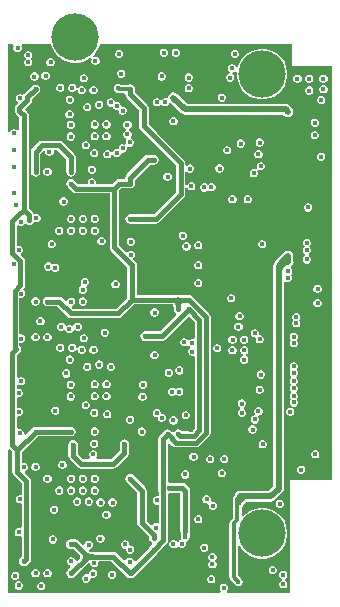
<source format=gbr>
G04*
G04 #@! TF.GenerationSoftware,Altium Limited,Altium Designer,24.9.1 (31)*
G04*
G04 Layer_Physical_Order=4*
G04 Layer_Color=15254943*
%FSLAX44Y44*%
%MOMM*%
G71*
G04*
G04 #@! TF.SameCoordinates,F6C7D1B7-5E70-41A8-93A8-01C2B61895AE*
G04*
G04*
G04 #@! TF.FilePolarity,Positive*
G04*
G01*
G75*
%ADD48C,0.4000*%
%ADD50C,0.3200*%
%ADD52C,0.5000*%
%ADD54C,4.0000*%
%ADD55C,0.4000*%
G36*
X240000Y446000D02*
X274000D01*
Y95000D01*
X239000D01*
Y0D01*
X185571D01*
X184950Y1500D01*
X185467Y2017D01*
X186000Y3304D01*
Y4696D01*
X185467Y5983D01*
X184483Y6967D01*
X183196Y7500D01*
X181804D01*
X180517Y6967D01*
X179533Y5983D01*
X179000Y4696D01*
Y3304D01*
X179533Y2017D01*
X180050Y1500D01*
X179429Y0D01*
X0D01*
Y120711D01*
X1500Y121332D01*
X3706Y119127D01*
Y101816D01*
X3706Y101816D01*
X4016Y100255D01*
X4900Y98932D01*
X11422Y92411D01*
Y82985D01*
X10696Y82500D01*
X9304D01*
X8017Y81967D01*
X7033Y80983D01*
X6500Y79696D01*
Y78304D01*
X7033Y77017D01*
X8017Y76033D01*
X9304Y75500D01*
X10696D01*
X11422Y75015D01*
Y55409D01*
X9922Y54407D01*
X9696Y54500D01*
X8304D01*
X7017Y53967D01*
X6033Y52983D01*
X5500Y51696D01*
Y50304D01*
X6033Y49017D01*
X7017Y48033D01*
X8304Y47500D01*
X9696D01*
X9922Y47593D01*
X11422Y46591D01*
Y30189D01*
X10400Y29168D01*
X9516Y27845D01*
X9205Y26284D01*
X9516Y24723D01*
X10400Y23400D01*
X11723Y22516D01*
X13284Y22206D01*
X14845Y22516D01*
X16168Y23400D01*
X18384Y25616D01*
X19268Y26939D01*
X19578Y28500D01*
X19578Y28500D01*
Y94100D01*
X19578Y94100D01*
X19268Y95661D01*
X18384Y96984D01*
X18384Y96984D01*
X14031Y101337D01*
X14019Y101674D01*
X14470Y103019D01*
X15266Y103349D01*
X16251Y104333D01*
X16784Y105620D01*
Y107012D01*
X16251Y108299D01*
X15266Y109283D01*
X13980Y109816D01*
X12588D01*
X11862Y110301D01*
Y119127D01*
X24973Y132238D01*
X53122D01*
X53284Y132205D01*
X54845Y132516D01*
X56168Y133400D01*
X57052Y134723D01*
X57362Y136284D01*
X57052Y137845D01*
X56168Y139168D01*
X56136Y139200D01*
X54812Y140084D01*
X53252Y140394D01*
X53252Y140394D01*
X23284D01*
X23284Y140394D01*
X21723Y140084D01*
X20400Y139200D01*
X14855Y133654D01*
X13812Y134154D01*
X13500Y134421D01*
Y135696D01*
X12967Y136983D01*
X11983Y137967D01*
X10696Y138500D01*
X9304D01*
X9078Y138407D01*
X7578Y139409D01*
Y149015D01*
X8304Y149500D01*
X9696D01*
X10983Y150033D01*
X11967Y151017D01*
X12500Y152304D01*
Y153696D01*
X11967Y154983D01*
X10983Y155967D01*
X9696Y156500D01*
X8304D01*
X7578Y156985D01*
Y165015D01*
X8304Y165500D01*
X9696D01*
X10983Y166033D01*
X11967Y167017D01*
X12500Y168304D01*
Y169696D01*
X11967Y170983D01*
X10983Y171967D01*
X9696Y172500D01*
X8304D01*
X7578Y172985D01*
Y175351D01*
X9017Y176033D01*
X10304Y175500D01*
X11696D01*
X12983Y176033D01*
X13967Y177017D01*
X14500Y178304D01*
Y179696D01*
X13967Y180983D01*
X12983Y181967D01*
X11696Y182500D01*
X10304D01*
X9017Y181967D01*
X7578Y182649D01*
Y200811D01*
X9884Y203116D01*
X10768Y204439D01*
X11078Y206000D01*
X10768Y207561D01*
X9884Y208884D01*
X9884Y208884D01*
X9578Y209189D01*
Y211015D01*
X10304Y211500D01*
X11696D01*
X12983Y212033D01*
X13967Y213017D01*
X14500Y214304D01*
Y215696D01*
X13967Y216983D01*
X12983Y217967D01*
X11696Y218500D01*
X10304D01*
X9578Y218985D01*
Y249015D01*
X10304Y249500D01*
X11696D01*
X12983Y250033D01*
X13967Y251017D01*
X14500Y252304D01*
Y253696D01*
X13967Y254983D01*
X12983Y255967D01*
X12812Y256823D01*
X13384Y257394D01*
X13384Y257394D01*
X14268Y258717D01*
X14578Y260278D01*
X14578Y260278D01*
Y280722D01*
X14578Y280722D01*
X14268Y282283D01*
X13384Y283606D01*
X13384Y283606D01*
X10812Y286177D01*
X10983Y287033D01*
X11967Y288017D01*
X12500Y289304D01*
Y290696D01*
X11967Y291983D01*
X10983Y292967D01*
X9696Y293500D01*
X8304D01*
X7578Y293985D01*
Y310351D01*
X9017Y311033D01*
X10304Y310500D01*
X11696D01*
X12983Y311033D01*
X13614Y311664D01*
X14568Y311951D01*
X15520Y311846D01*
X16439Y311232D01*
X18000Y310922D01*
X19561Y311232D01*
X20884Y312116D01*
X21768Y313439D01*
X23304Y313500D01*
X24696D01*
X25983Y314033D01*
X26967Y315017D01*
X27500Y316304D01*
Y317696D01*
X26967Y318983D01*
X25983Y319967D01*
X24696Y320500D01*
X23304D01*
X22990Y320518D01*
X21768Y320845D01*
X21496Y321251D01*
X20884Y322168D01*
X17362Y325689D01*
Y404216D01*
X17362Y404216D01*
X17052Y405777D01*
X16168Y407100D01*
X16168Y407100D01*
X14274Y408994D01*
X19292Y414011D01*
X20176Y415335D01*
X20486Y416895D01*
X20486Y416895D01*
Y417719D01*
X26200Y423432D01*
X27084Y424755D01*
X27394Y426316D01*
X27084Y427877D01*
X26200Y429200D01*
X24877Y430084D01*
X23316Y430395D01*
X21755Y430084D01*
X20432Y429200D01*
X13524Y422292D01*
X13353Y422036D01*
X12009Y421259D01*
X11445Y421492D01*
X10722Y421792D01*
X9330D01*
X8044Y421259D01*
X7059Y420274D01*
X6526Y418988D01*
Y417595D01*
X7059Y416309D01*
X8044Y415325D01*
X8214Y414469D01*
X6616Y412871D01*
X5732Y411548D01*
X5422Y409987D01*
X5422Y409987D01*
Y408000D01*
X5422Y408000D01*
X5732Y406439D01*
X6616Y405116D01*
X9206Y402527D01*
Y391704D01*
X8790Y391479D01*
X7706Y391244D01*
X6950Y391999D01*
X5664Y392532D01*
X4272D01*
X2985Y391999D01*
X2001Y391015D01*
X1468Y389728D01*
X0Y389806D01*
Y464000D01*
X3954D01*
X4210Y463759D01*
X4833Y462500D01*
X4500Y461696D01*
Y460304D01*
X5033Y459017D01*
X6017Y458033D01*
X7304Y457500D01*
X8696D01*
X9983Y458033D01*
X10967Y459017D01*
X11500Y460304D01*
Y461696D01*
X11167Y462500D01*
X11790Y463759D01*
X12046Y464000D01*
X36272D01*
X36326Y463729D01*
X37947Y459816D01*
X40300Y456295D01*
X43295Y453300D01*
X46816Y450947D01*
X50729Y449326D01*
X54882Y448500D01*
X59118D01*
X63271Y449326D01*
X67184Y450947D01*
X69605Y452564D01*
X70816Y451570D01*
X70468Y450728D01*
Y449336D01*
X71001Y448050D01*
X71985Y447065D01*
X73272Y446532D01*
X74664D01*
X75950Y447065D01*
X76935Y448050D01*
X77468Y449336D01*
Y450728D01*
X76935Y452015D01*
X75950Y452999D01*
X74664Y453532D01*
X73272D01*
X72909Y453382D01*
X72059Y454654D01*
X73700Y456295D01*
X76053Y459816D01*
X77674Y463729D01*
X77728Y464000D01*
X240000D01*
Y446000D01*
D02*
G37*
%LPC*%
G36*
X142664Y460532D02*
X141272D01*
X139985Y459999D01*
X139001Y459015D01*
X138468Y457728D01*
Y456336D01*
X139001Y455050D01*
X139985Y454065D01*
X141272Y453532D01*
X142664D01*
X143950Y454065D01*
X144935Y455050D01*
X145468Y456336D01*
Y457728D01*
X144935Y459015D01*
X143950Y459999D01*
X142664Y460532D01*
D02*
G37*
G36*
X132664D02*
X131272D01*
X129985Y459999D01*
X129001Y459015D01*
X128468Y457728D01*
Y456336D01*
X129001Y455050D01*
X129985Y454065D01*
X131272Y453532D01*
X132664D01*
X133950Y454065D01*
X134935Y455050D01*
X135468Y456336D01*
Y457728D01*
X134935Y459015D01*
X133950Y459999D01*
X132664Y460532D01*
D02*
G37*
G36*
X192696Y459500D02*
X191304D01*
X190017Y458967D01*
X189033Y457983D01*
X188500Y456696D01*
Y455304D01*
X189033Y454017D01*
X190017Y453033D01*
X191304Y452500D01*
X192696D01*
X193983Y453033D01*
X194967Y454017D01*
X195500Y455304D01*
Y456696D01*
X194967Y457983D01*
X193983Y458967D01*
X192696Y459500D01*
D02*
G37*
G36*
X94696D02*
X93304D01*
X92017Y458967D01*
X91033Y457983D01*
X90500Y456696D01*
Y455304D01*
X91033Y454017D01*
X92017Y453033D01*
X93304Y452500D01*
X94696D01*
X95983Y453033D01*
X96967Y454017D01*
X97500Y455304D01*
Y456696D01*
X96967Y457983D01*
X95983Y458967D01*
X94696Y459500D01*
D02*
G37*
G36*
X17664Y458532D02*
X16272D01*
X14985Y457999D01*
X14001Y457015D01*
X13468Y455728D01*
Y454336D01*
X14001Y453050D01*
X14038Y453012D01*
X14954Y452032D01*
X14038Y451052D01*
X14001Y451015D01*
X13468Y449728D01*
Y448336D01*
X14001Y447050D01*
X14985Y446065D01*
X16272Y445532D01*
X17664D01*
X18950Y446065D01*
X19935Y447050D01*
X20468Y448336D01*
Y449728D01*
X19935Y451015D01*
X19897Y451052D01*
X18981Y452032D01*
X19897Y453012D01*
X19935Y453050D01*
X20468Y454336D01*
Y455728D01*
X19935Y457015D01*
X18950Y457999D01*
X17664Y458532D01*
D02*
G37*
G36*
X36696Y452500D02*
X35304D01*
X34017Y451967D01*
X33033Y450983D01*
X32500Y449696D01*
Y448304D01*
X33033Y447017D01*
X34017Y446033D01*
X35304Y445500D01*
X36696D01*
X37983Y446033D01*
X38967Y447017D01*
X39500Y448304D01*
Y449696D01*
X38967Y450983D01*
X37983Y451967D01*
X36696Y452500D01*
D02*
G37*
G36*
X217118Y460500D02*
X212882D01*
X208729Y459674D01*
X204816Y458053D01*
X201295Y455700D01*
X198300Y452705D01*
X195947Y449184D01*
X194388Y445419D01*
X193926Y445284D01*
X192806Y445318D01*
X192536Y445970D01*
X191551Y446955D01*
X190265Y447488D01*
X188872D01*
X187586Y446955D01*
X186601Y445970D01*
X186069Y444684D01*
Y443292D01*
X186601Y442005D01*
X187575Y441032D01*
X187574Y440963D01*
X187277Y439556D01*
X187266Y439530D01*
X185985Y438999D01*
X185001Y438015D01*
X184468Y436728D01*
Y435336D01*
X185001Y434050D01*
X185985Y433065D01*
X187272Y432532D01*
X188664D01*
X189950Y433065D01*
X190935Y434050D01*
X191468Y435336D01*
Y436728D01*
X190935Y438015D01*
X189962Y438988D01*
X189963Y439057D01*
X190260Y440464D01*
X190271Y440490D01*
X191551Y441021D01*
X192051Y441520D01*
X192855Y441297D01*
X193500Y440848D01*
Y436882D01*
X194326Y432729D01*
X195947Y428816D01*
X198300Y425295D01*
X201295Y422300D01*
X204816Y419947D01*
X208729Y418326D01*
X212882Y417500D01*
X217118D01*
X221271Y418326D01*
X225184Y419947D01*
X228705Y422300D01*
X231700Y425295D01*
X234053Y428816D01*
X235674Y432729D01*
X236500Y436882D01*
Y441118D01*
X235674Y445271D01*
X234053Y449184D01*
X231700Y452705D01*
X228705Y455700D01*
X225184Y458053D01*
X221271Y459674D01*
X217118Y460500D01*
D02*
G37*
G36*
X96440Y442818D02*
X95048D01*
X93762Y442285D01*
X92777Y441301D01*
X92244Y440014D01*
Y438622D01*
X92777Y437336D01*
X93762Y436351D01*
X95048Y435818D01*
X96440D01*
X97727Y436351D01*
X98712Y437336D01*
X99244Y438622D01*
Y440014D01*
X98712Y441301D01*
X97727Y442285D01*
X96440Y442818D01*
D02*
G37*
G36*
X32466Y441072D02*
X31074D01*
X29787Y440540D01*
X28803Y439555D01*
X28270Y438269D01*
Y436876D01*
X28803Y435590D01*
X29787Y434605D01*
X31074Y434072D01*
X32466D01*
X33752Y434605D01*
X34737Y435590D01*
X35270Y436876D01*
Y438269D01*
X34737Y439555D01*
X33752Y440540D01*
X32466Y441072D01*
D02*
G37*
G36*
X130696Y440500D02*
X129304D01*
X128017Y439967D01*
X127033Y438983D01*
X126500Y437696D01*
Y436304D01*
X127033Y435017D01*
X128017Y434033D01*
X129304Y433500D01*
X130696D01*
X131983Y434033D01*
X132967Y435017D01*
X133500Y436304D01*
Y437696D01*
X132967Y438983D01*
X131983Y439967D01*
X130696Y440500D01*
D02*
G37*
G36*
X23015Y440392D02*
X21623D01*
X20336Y439859D01*
X19352Y438874D01*
X18819Y437588D01*
Y436195D01*
X19352Y434909D01*
X20336Y433924D01*
X21623Y433392D01*
X23015D01*
X24302Y433924D01*
X25286Y434909D01*
X25819Y436195D01*
Y437588D01*
X25286Y438874D01*
X24302Y439859D01*
X23015Y440392D01*
D02*
G37*
G36*
X153664Y439532D02*
X152272D01*
X150985Y438999D01*
X150001Y438015D01*
X149468Y436728D01*
Y435336D01*
X150001Y434050D01*
X150985Y433065D01*
X152272Y432532D01*
X153664D01*
X154950Y433065D01*
X155935Y434050D01*
X156468Y435336D01*
Y436728D01*
X155935Y438015D01*
X154950Y438999D01*
X153664Y439532D01*
D02*
G37*
G36*
X64893Y438854D02*
X63501D01*
X62215Y438322D01*
X61230Y437337D01*
X60697Y436051D01*
Y434658D01*
X61230Y433372D01*
X62215Y432387D01*
X63501Y431855D01*
X64893D01*
X66180Y432387D01*
X67164Y433372D01*
X67697Y434658D01*
Y436051D01*
X67164Y437337D01*
X66180Y438322D01*
X64893Y438854D01*
D02*
G37*
G36*
X267664Y438532D02*
X266272D01*
X264985Y437999D01*
X264001Y437015D01*
X263468Y435728D01*
Y434336D01*
X264001Y433050D01*
X264985Y432065D01*
X266272Y431532D01*
X267664D01*
X268950Y432065D01*
X269935Y433050D01*
X270468Y434336D01*
Y435728D01*
X269935Y437015D01*
X268950Y437999D01*
X267664Y438532D01*
D02*
G37*
G36*
X255664D02*
X254272D01*
X252985Y437999D01*
X252001Y437015D01*
X251468Y435728D01*
Y434336D01*
X252001Y433050D01*
X252985Y432065D01*
X254272Y431532D01*
X255664D01*
X256950Y432065D01*
X257935Y433050D01*
X258468Y434336D01*
Y435728D01*
X257935Y437015D01*
X256950Y437999D01*
X255664Y438532D01*
D02*
G37*
G36*
X245664D02*
X244272D01*
X242985Y437999D01*
X242001Y437015D01*
X241468Y435728D01*
Y434336D01*
X242001Y433050D01*
X242985Y432065D01*
X244272Y431532D01*
X245664D01*
X246950Y432065D01*
X247935Y433050D01*
X248468Y434336D01*
Y435728D01*
X247935Y437015D01*
X246950Y437999D01*
X245664Y438532D01*
D02*
G37*
G36*
X44942Y430697D02*
X43549D01*
X42263Y430164D01*
X41278Y429180D01*
X40746Y427893D01*
Y426501D01*
X41278Y425215D01*
X42263Y424230D01*
X43549Y423697D01*
X44942D01*
X46228Y424230D01*
X47213Y425215D01*
X47745Y426501D01*
Y427893D01*
X47213Y429180D01*
X46228Y430164D01*
X44942Y430697D01*
D02*
G37*
G36*
X153696Y430500D02*
X152304D01*
X151017Y429967D01*
X150033Y428983D01*
X149500Y427696D01*
Y426304D01*
X150033Y425017D01*
X151017Y424033D01*
X152304Y423500D01*
X153696D01*
X154983Y424033D01*
X155967Y425017D01*
X156500Y426304D01*
Y427696D01*
X155967Y428983D01*
X154983Y429967D01*
X153696Y430500D01*
D02*
G37*
G36*
X267664Y429532D02*
X266272D01*
X264985Y428999D01*
X264001Y428015D01*
X263468Y426728D01*
Y425336D01*
X264001Y424050D01*
X264985Y423065D01*
X266272Y422532D01*
X267664D01*
X268950Y423065D01*
X269935Y424050D01*
X270468Y425336D01*
Y426728D01*
X269935Y428015D01*
X268950Y428999D01*
X267664Y429532D01*
D02*
G37*
G36*
X73051Y428903D02*
X71658D01*
X70372Y428370D01*
X69387Y427385D01*
X68854Y426099D01*
Y424707D01*
X69387Y423420D01*
X70372Y422436D01*
X71658Y421903D01*
X73051D01*
X74337Y422436D01*
X75322Y423420D01*
X75855Y424707D01*
Y426099D01*
X75322Y427385D01*
X74337Y428370D01*
X73051Y428903D01*
D02*
G37*
G36*
X54942Y430697D02*
X53549D01*
X52263Y430164D01*
X51278Y429180D01*
X50746Y427893D01*
Y426501D01*
X51278Y425215D01*
X52263Y424230D01*
X53549Y423697D01*
X54942D01*
X56228Y424230D01*
X57213Y425215D01*
X57354Y425557D01*
X58854Y425259D01*
Y424707D01*
X59387Y423420D01*
X60372Y422436D01*
X61658Y421903D01*
X63051D01*
X64337Y422436D01*
X65322Y423420D01*
X65855Y424707D01*
Y426099D01*
X65322Y427385D01*
X64337Y428370D01*
X63051Y428903D01*
X61658D01*
X60372Y428370D01*
X59387Y427385D01*
X59246Y427043D01*
X57745Y427341D01*
Y427893D01*
X57213Y429180D01*
X56228Y430164D01*
X54942Y430697D01*
D02*
G37*
G36*
X255664Y428532D02*
X254272D01*
X252985Y427999D01*
X252001Y427015D01*
X251468Y425728D01*
Y424336D01*
X252001Y423050D01*
X252985Y422065D01*
X254272Y421532D01*
X255664D01*
X256950Y422065D01*
X257935Y423050D01*
X258468Y424336D01*
Y425728D01*
X257935Y427015D01*
X256950Y427999D01*
X255664Y428532D01*
D02*
G37*
G36*
X140000Y423588D02*
X138244Y423239D01*
X136756Y422244D01*
X135761Y420756D01*
X135491Y419399D01*
X134440Y418580D01*
X134003Y418392D01*
X133664Y418532D01*
X132272D01*
X130985Y417999D01*
X130395Y417409D01*
X129468Y417159D01*
X128540Y417409D01*
X127950Y417999D01*
X126664Y418532D01*
X125272D01*
X123985Y417999D01*
X123001Y417015D01*
X122468Y415728D01*
Y414336D01*
X123001Y413050D01*
X123985Y412065D01*
X125272Y411532D01*
X126664D01*
X127950Y412065D01*
X128540Y412655D01*
X129468Y412906D01*
X130395Y412655D01*
X130985Y412065D01*
X132272Y411532D01*
X133664D01*
X134950Y412065D01*
X135935Y413050D01*
X136347Y414044D01*
X137371Y414461D01*
X137968Y414544D01*
X146756Y405756D01*
X148244Y404761D01*
X150000Y404412D01*
X233099D01*
X233756Y403756D01*
X235244Y402761D01*
X237000Y402412D01*
X238756Y402761D01*
X240244Y403756D01*
X241239Y405244D01*
X241588Y407000D01*
X241239Y408756D01*
X240244Y410244D01*
X238244Y412244D01*
X236756Y413239D01*
X235000Y413588D01*
X151901D01*
X143244Y422244D01*
X141756Y423239D01*
X140000Y423588D01*
D02*
G37*
G36*
X181696Y422500D02*
X180304D01*
X179017Y421967D01*
X178033Y420983D01*
X177500Y419696D01*
Y418304D01*
X178033Y417017D01*
X179017Y416033D01*
X180304Y415500D01*
X181696D01*
X182983Y416033D01*
X183967Y417017D01*
X184500Y418304D01*
Y419696D01*
X183967Y420983D01*
X182983Y421967D01*
X181696Y422500D01*
D02*
G37*
G36*
X53099Y420746D02*
X51707D01*
X50420Y420213D01*
X49436Y419228D01*
X48903Y417942D01*
Y416549D01*
X49436Y415263D01*
X50420Y414278D01*
X51707Y413745D01*
X53099D01*
X54385Y414278D01*
X55370Y415263D01*
X55903Y416549D01*
Y417942D01*
X55370Y419228D01*
X54385Y420213D01*
X53099Y420746D01*
D02*
G37*
G36*
X265696Y420500D02*
X264304D01*
X263017Y419967D01*
X262033Y418983D01*
X261500Y417696D01*
Y416304D01*
X262033Y415017D01*
X263017Y414033D01*
X264304Y413500D01*
X265696D01*
X266983Y414033D01*
X267967Y415017D01*
X268500Y416304D01*
Y417696D01*
X267967Y418983D01*
X266983Y419967D01*
X265696Y420500D01*
D02*
G37*
G36*
X77696Y416500D02*
X76304D01*
X75017Y415967D01*
X74033Y414983D01*
X73500Y413696D01*
Y412304D01*
X74033Y411017D01*
X75017Y410033D01*
X76304Y409500D01*
X77696D01*
X78983Y410033D01*
X79967Y411017D01*
X80500Y412304D01*
Y413696D01*
X79967Y414983D01*
X78983Y415967D01*
X77696Y416500D01*
D02*
G37*
G36*
X67696Y414500D02*
X66304D01*
X65017Y413967D01*
X64033Y412983D01*
X63500Y411696D01*
Y410304D01*
X64033Y409017D01*
X65017Y408033D01*
X66304Y407500D01*
X67696D01*
X68983Y408033D01*
X69967Y409017D01*
X70500Y410304D01*
Y411696D01*
X69967Y412983D01*
X68983Y413967D01*
X67696Y414500D01*
D02*
G37*
G36*
X87696Y418500D02*
X86304D01*
X85017Y417967D01*
X84033Y416983D01*
X83500Y415696D01*
Y414304D01*
X84033Y413017D01*
X85017Y412033D01*
X86304Y411500D01*
X87696D01*
X88011Y411630D01*
X88500Y411304D01*
X89033Y410017D01*
X90017Y409033D01*
X91304Y408500D01*
X92696D01*
X93500Y407304D01*
X94033Y406017D01*
X95017Y405033D01*
X96304Y404500D01*
X97696D01*
X98983Y405033D01*
X99967Y406017D01*
X100500Y407304D01*
Y408696D01*
X99967Y409983D01*
X98983Y410967D01*
X97696Y411500D01*
X96304D01*
X95500Y412696D01*
X94967Y413983D01*
X93983Y414967D01*
X92696Y415500D01*
X91304D01*
X90989Y415370D01*
X90500Y415696D01*
X89967Y416983D01*
X88983Y417967D01*
X87696Y418500D01*
D02*
G37*
G36*
X52696Y408500D02*
X51304D01*
X50017Y407967D01*
X49033Y406983D01*
X48500Y405696D01*
Y404304D01*
X49033Y403017D01*
X50017Y402033D01*
X51304Y401500D01*
X52696D01*
X53983Y402033D01*
X54967Y403017D01*
X55500Y404304D01*
Y405696D01*
X54967Y406983D01*
X53983Y407967D01*
X52696Y408500D01*
D02*
G37*
G36*
X140696Y402500D02*
X139304D01*
X138017Y401967D01*
X137033Y400983D01*
X136500Y399696D01*
Y398304D01*
X137033Y397017D01*
X138017Y396033D01*
X139304Y395500D01*
X140696D01*
X141983Y396033D01*
X142967Y397017D01*
X143500Y398304D01*
Y399696D01*
X142967Y400983D01*
X141983Y401967D01*
X140696Y402500D01*
D02*
G37*
G36*
X260446Y401250D02*
X259054D01*
X257767Y400717D01*
X256783Y399733D01*
X256250Y398446D01*
Y397054D01*
X256783Y395767D01*
X257767Y394783D01*
X259054Y394250D01*
X260446D01*
X261733Y394783D01*
X262717Y395767D01*
X263250Y397054D01*
Y398446D01*
X262717Y399733D01*
X261733Y400717D01*
X260446Y401250D01*
D02*
G37*
G36*
X83980Y399784D02*
X82588D01*
X81301Y399251D01*
X80317Y398266D01*
X79784Y396980D01*
Y395588D01*
X80317Y394301D01*
X81301Y393317D01*
X82588Y392784D01*
X83980D01*
X85267Y393317D01*
X86251Y394301D01*
X86784Y395588D01*
Y396980D01*
X86251Y398266D01*
X85267Y399251D01*
X83980Y399784D01*
D02*
G37*
G36*
X74012D02*
X72620D01*
X71333Y399251D01*
X70349Y398266D01*
X69816Y396980D01*
Y395588D01*
X70349Y394301D01*
X71333Y393317D01*
X72620Y392784D01*
X74012D01*
X75299Y393317D01*
X76283Y394301D01*
X76816Y395588D01*
Y396980D01*
X76283Y398266D01*
X75299Y399251D01*
X74012Y399784D01*
D02*
G37*
G36*
X53696Y399500D02*
X52304D01*
X51017Y398967D01*
X50033Y397983D01*
X49500Y396696D01*
Y395304D01*
X50033Y394017D01*
X51017Y393033D01*
X52304Y392500D01*
X53696D01*
X54983Y393033D01*
X55967Y394017D01*
X56500Y395304D01*
Y396696D01*
X55967Y397983D01*
X54983Y398967D01*
X53696Y399500D01*
D02*
G37*
G36*
X260483Y390777D02*
X259091D01*
X257804Y390244D01*
X256820Y389260D01*
X256287Y387974D01*
Y386581D01*
X256820Y385295D01*
X257804Y384310D01*
X259091Y383777D01*
X260483D01*
X261769Y384310D01*
X262754Y385295D01*
X263287Y386581D01*
Y387974D01*
X262754Y389260D01*
X261769Y390244D01*
X260483Y390777D01*
D02*
G37*
G36*
X83980Y389816D02*
X82588D01*
X81301Y389283D01*
X80317Y388299D01*
X79784Y387012D01*
Y385620D01*
X80317Y384333D01*
X81301Y383349D01*
X82588Y382816D01*
X83980D01*
X85267Y383349D01*
X86251Y384333D01*
X86784Y385620D01*
Y387012D01*
X86251Y388299D01*
X85267Y389283D01*
X83980Y389816D01*
D02*
G37*
G36*
X74012D02*
X72620D01*
X71333Y389283D01*
X70349Y388299D01*
X69816Y387012D01*
Y385620D01*
X70349Y384333D01*
X71333Y383349D01*
X72620Y382816D01*
X74012D01*
X75299Y383349D01*
X76283Y384333D01*
X76816Y385620D01*
Y387012D01*
X76283Y388299D01*
X75299Y389283D01*
X74012Y389816D01*
D02*
G37*
G36*
X53696Y389500D02*
X52304D01*
X51017Y388967D01*
X50033Y387983D01*
X49500Y386696D01*
Y385304D01*
X50033Y384017D01*
X51017Y383033D01*
X52304Y382500D01*
X53696D01*
X54983Y383033D01*
X55967Y384017D01*
X56500Y385304D01*
Y386696D01*
X55967Y387983D01*
X54983Y388967D01*
X53696Y389500D01*
D02*
G37*
G36*
X101696Y399500D02*
X100304D01*
X99017Y398967D01*
X98033Y397983D01*
X97500Y396696D01*
Y395304D01*
X98033Y394017D01*
X99017Y393033D01*
X99551Y392812D01*
Y391188D01*
X99017Y390967D01*
X98033Y389983D01*
X97500Y388696D01*
Y387304D01*
X98033Y386017D01*
X99017Y385033D01*
X99640Y384775D01*
X100089Y383155D01*
X100079Y383093D01*
X100001Y383015D01*
X99468Y381728D01*
Y380336D01*
X98293Y379253D01*
X97696Y379500D01*
X96304D01*
X95017Y378967D01*
X94033Y377983D01*
X93500Y376696D01*
X92696Y375500D01*
X91304D01*
X90017Y374967D01*
X89033Y373983D01*
X88605Y372949D01*
X87697Y372753D01*
X87043Y372800D01*
X86967Y372983D01*
X85983Y373967D01*
X84696Y374500D01*
X83304D01*
X82017Y373967D01*
X81033Y372983D01*
X80500Y371696D01*
Y370304D01*
X81033Y369017D01*
X82017Y368033D01*
X83304Y367500D01*
X84696D01*
X85983Y368033D01*
X86967Y369017D01*
X87395Y370051D01*
X88303Y370247D01*
X88957Y370200D01*
X89033Y370017D01*
X90017Y369033D01*
X91304Y368500D01*
X92696D01*
X93983Y369033D01*
X94967Y370017D01*
X95467Y371223D01*
X95614Y371473D01*
X96304Y372500D01*
X97696D01*
X98983Y373033D01*
X99967Y374017D01*
X100500Y375304D01*
Y376696D01*
X101675Y377779D01*
X102272Y377532D01*
X103664D01*
X104950Y378065D01*
X105935Y379050D01*
X106468Y380336D01*
Y381728D01*
X105935Y383015D01*
X104950Y383999D01*
X104328Y384257D01*
X103879Y385878D01*
X103889Y385939D01*
X103967Y386017D01*
X104500Y387304D01*
Y388696D01*
X103967Y389983D01*
X102983Y390967D01*
X102449Y391188D01*
Y392812D01*
X102983Y393033D01*
X103967Y394017D01*
X104500Y395304D01*
Y396696D01*
X103967Y397983D01*
X102983Y398967D01*
X101696Y399500D01*
D02*
G37*
G36*
X213696Y384500D02*
X212304D01*
X211017Y383967D01*
X210033Y382983D01*
X209500Y381696D01*
Y380304D01*
X210033Y379017D01*
X211017Y378033D01*
X212304Y377500D01*
X213696D01*
X214983Y378033D01*
X215967Y379017D01*
X216500Y380304D01*
Y381696D01*
X215967Y382983D01*
X214983Y383967D01*
X213696Y384500D01*
D02*
G37*
G36*
X197696Y383584D02*
X196304D01*
X195017Y383051D01*
X194033Y382067D01*
X193500Y380780D01*
Y379388D01*
X194033Y378102D01*
X195017Y377117D01*
X196304Y376584D01*
X197696D01*
X198983Y377117D01*
X199967Y378102D01*
X200500Y379388D01*
Y380780D01*
X199967Y382067D01*
X198983Y383051D01*
X197696Y383584D01*
D02*
G37*
G36*
X66607Y382189D02*
X65215D01*
X63928Y381656D01*
X62944Y380672D01*
X62411Y379385D01*
Y377993D01*
X62944Y376706D01*
X63928Y375722D01*
X65215Y375189D01*
X66607D01*
X67894Y375722D01*
X68878Y376706D01*
X69411Y377993D01*
Y379385D01*
X68878Y380672D01*
X67894Y381656D01*
X66607Y382189D01*
D02*
G37*
G36*
X186058Y378138D02*
X184665D01*
X183379Y377606D01*
X182394Y376621D01*
X181862Y375335D01*
Y373942D01*
X182394Y372656D01*
X183379Y371671D01*
X184665Y371138D01*
X186058D01*
X187344Y371671D01*
X188329Y372656D01*
X188862Y373942D01*
Y375335D01*
X188329Y376621D01*
X187344Y377606D01*
X186058Y378138D01*
D02*
G37*
G36*
X73696Y375500D02*
X72304D01*
X71017Y374967D01*
X70033Y373983D01*
X69500Y372696D01*
Y371304D01*
X70033Y370017D01*
X71017Y369033D01*
X72304Y368500D01*
X73696D01*
X74983Y369033D01*
X75967Y370017D01*
X76500Y371304D01*
Y372696D01*
X75967Y373983D01*
X74983Y374967D01*
X73696Y375500D01*
D02*
G37*
G36*
X212696Y374500D02*
X211304D01*
X210017Y373967D01*
X209033Y372983D01*
X208500Y371696D01*
Y370304D01*
X209033Y369017D01*
X210017Y368033D01*
X211304Y367500D01*
X212696D01*
X213983Y368033D01*
X214967Y369017D01*
X215500Y370304D01*
Y371696D01*
X214967Y372983D01*
X213983Y373967D01*
X212696Y374500D01*
D02*
G37*
G36*
X265696Y372500D02*
X264304D01*
X263017Y371967D01*
X262033Y370983D01*
X261500Y369696D01*
Y368304D01*
X262033Y367017D01*
X263017Y366033D01*
X264304Y365500D01*
X265696D01*
X266983Y366033D01*
X267967Y367017D01*
X268500Y368304D01*
Y369696D01*
X267967Y370983D01*
X266983Y371967D01*
X265696Y372500D01*
D02*
G37*
G36*
X214696Y364500D02*
X213304D01*
X212017Y363967D01*
X211033Y362983D01*
X210500Y361696D01*
Y360304D01*
X211033Y359017D01*
X209982Y357967D01*
X208696Y358500D01*
X207304D01*
X206017Y357967D01*
X205033Y356983D01*
X204500Y355696D01*
Y354304D01*
X205033Y353017D01*
X206017Y352033D01*
X207304Y351500D01*
X208696D01*
X209983Y352033D01*
X210967Y353017D01*
X211500Y354304D01*
Y355696D01*
X210967Y356982D01*
X212017Y358033D01*
X213304Y357500D01*
X214696D01*
X215983Y358033D01*
X216967Y359017D01*
X217500Y360304D01*
Y361696D01*
X216967Y362983D01*
X215983Y363967D01*
X214696Y364500D01*
D02*
G37*
G36*
X179696Y362500D02*
X178304D01*
X177017Y361967D01*
X176033Y360983D01*
X175500Y359696D01*
Y358304D01*
X176033Y357017D01*
X177017Y356033D01*
X178304Y355500D01*
X179696D01*
X180983Y356033D01*
X181967Y357017D01*
X182500Y358304D01*
Y359696D01*
X181967Y360983D01*
X180983Y361967D01*
X179696Y362500D01*
D02*
G37*
G36*
X93216Y430671D02*
X93000D01*
X91595Y430391D01*
X90405Y429595D01*
X89609Y428405D01*
X89330Y427000D01*
X89609Y425595D01*
X90405Y424405D01*
X91057Y423969D01*
X91305Y423721D01*
X92496Y422925D01*
X93900Y422646D01*
X98214D01*
X99238Y421684D01*
X99548Y420123D01*
X100432Y418800D01*
X110922Y408311D01*
Y394632D01*
X110922Y394632D01*
X111232Y393072D01*
X112116Y391748D01*
X120432Y383432D01*
X141922Y361943D01*
Y338689D01*
X123595Y320362D01*
X103284D01*
X101723Y320052D01*
X100400Y319168D01*
X99516Y317845D01*
X99206Y316284D01*
X99516Y314723D01*
X100400Y313400D01*
X101723Y312516D01*
X103284Y312206D01*
X125284D01*
X125284Y312206D01*
X126845Y312516D01*
X128168Y313400D01*
X148884Y334116D01*
X148884Y334116D01*
X149768Y335439D01*
X150078Y337000D01*
X150078Y337000D01*
Y342144D01*
X151046Y343243D01*
X151500Y343304D01*
X152033Y342017D01*
X153017Y341033D01*
X154304Y340500D01*
X155696D01*
X156983Y341033D01*
X157967Y342017D01*
X158500Y343304D01*
Y344696D01*
X157967Y345983D01*
X156983Y346967D01*
X155696Y347500D01*
X154304D01*
X153017Y346967D01*
X152033Y345983D01*
X151500Y344696D01*
X151046Y344757D01*
X150078Y345856D01*
Y355851D01*
X151578Y356472D01*
X152017Y356033D01*
X153304Y355500D01*
X154696D01*
X155983Y356033D01*
X156967Y357017D01*
X157500Y358304D01*
Y359696D01*
X156967Y360983D01*
X155983Y361967D01*
X154696Y362500D01*
X153304D01*
X152017Y361967D01*
X151578Y361528D01*
X150078Y362149D01*
Y363632D01*
X150078Y363632D01*
X149768Y365193D01*
X148884Y366516D01*
X126200Y389200D01*
X119078Y396321D01*
Y410000D01*
X119078Y410000D01*
X118768Y411561D01*
X117884Y412884D01*
X117884Y412884D01*
X107395Y423373D01*
Y426316D01*
X107084Y427877D01*
X106200Y429200D01*
X104877Y430084D01*
X103316Y430394D01*
X101755Y430084D01*
X101610Y429987D01*
X95226D01*
X94621Y430391D01*
X93216Y430671D01*
D02*
G37*
G36*
X71696Y361500D02*
X70304D01*
X69017Y360967D01*
X68033Y359983D01*
X67500Y358696D01*
Y357304D01*
X68033Y356017D01*
X69017Y355033D01*
X70304Y354500D01*
X71696D01*
X72983Y355033D01*
X73967Y356017D01*
X74500Y357304D01*
Y358696D01*
X73967Y359983D01*
X72983Y360967D01*
X71696Y361500D01*
D02*
G37*
G36*
X33980Y359816D02*
X32588D01*
X31301Y359283D01*
X30317Y358299D01*
X29784Y357012D01*
Y355620D01*
X30317Y354333D01*
X31301Y353349D01*
X32588Y352816D01*
X33980D01*
X35266Y353349D01*
X36251Y354333D01*
X36784Y355620D01*
Y357012D01*
X36251Y358299D01*
X35266Y359283D01*
X33980Y359816D01*
D02*
G37*
G36*
X43500Y382578D02*
X43500Y382578D01*
X28500D01*
X26939Y382268D01*
X25616Y381384D01*
X25616Y381384D01*
X20432Y376200D01*
X19548Y374877D01*
X19238Y373316D01*
X19238Y373316D01*
Y356284D01*
X19548Y354723D01*
X20432Y353400D01*
X21755Y352516D01*
X23316Y352206D01*
X24877Y352516D01*
X26200Y353400D01*
X27084Y354723D01*
X27394Y356284D01*
Y371627D01*
X29700Y373932D01*
X31431Y373799D01*
X31500Y373696D01*
Y372304D01*
X32033Y371017D01*
X33017Y370033D01*
X34304Y369500D01*
X35696D01*
X36983Y370033D01*
X37967Y371017D01*
X38500Y372304D01*
Y373696D01*
X38985Y374422D01*
X41811D01*
X49206Y367027D01*
Y356284D01*
X49516Y354723D01*
X50400Y353400D01*
X51723Y352516D01*
X53284Y352206D01*
X54845Y352516D01*
X56168Y353400D01*
X57052Y354723D01*
X57362Y356284D01*
Y368716D01*
X57362Y368716D01*
X57052Y370277D01*
X56168Y371600D01*
X56168Y371600D01*
X46384Y381384D01*
X45061Y382268D01*
X44802Y382319D01*
X43500Y382578D01*
D02*
G37*
G36*
X123316Y370362D02*
X118284D01*
X116723Y370052D01*
X115400Y369168D01*
X115400Y369168D01*
X100400Y354168D01*
X99516Y352845D01*
X99206Y351284D01*
X98155Y350362D01*
X94249D01*
X94248Y350362D01*
X92688Y350052D01*
X91364Y349168D01*
X88311Y346114D01*
X74949D01*
X74464Y346839D01*
Y348232D01*
X73932Y349518D01*
X72947Y350503D01*
X71661Y351035D01*
X70268D01*
X68982Y350503D01*
X67997Y349518D01*
X67464Y348232D01*
Y346839D01*
X66980Y346114D01*
X59222D01*
X56168Y349168D01*
X54845Y350052D01*
X53284Y350362D01*
X51723Y350052D01*
X50400Y349168D01*
X49516Y347845D01*
X49205Y346284D01*
X49516Y344723D01*
X50400Y343400D01*
X54648Y339152D01*
X55972Y338268D01*
X57532Y337957D01*
X57532Y337957D01*
X85922D01*
Y292222D01*
X85922Y292222D01*
X86232Y290661D01*
X87116Y289338D01*
X100922Y275532D01*
Y249689D01*
X91595Y240362D01*
X54973D01*
X54031Y241305D01*
X54019Y241642D01*
X54470Y242987D01*
X55266Y243317D01*
X56251Y244301D01*
X56784Y245588D01*
Y246980D01*
X56251Y248267D01*
X55266Y249251D01*
X53980Y249784D01*
X52588D01*
X51301Y249251D01*
X50317Y248267D01*
X49987Y247470D01*
X48642Y247019D01*
X48305Y247031D01*
X46136Y249200D01*
X44812Y250084D01*
X43252Y250394D01*
X43252Y250394D01*
X33284D01*
X31723Y250084D01*
X30400Y249200D01*
X29516Y247877D01*
X29206Y246316D01*
X29516Y244755D01*
X30400Y243432D01*
X31723Y242548D01*
X33284Y242238D01*
X41562D01*
X50400Y233400D01*
X51723Y232516D01*
X53284Y232206D01*
X93284D01*
X93284Y232206D01*
X94845Y232516D01*
X96168Y233400D01*
X106689Y243922D01*
X139754D01*
X139846Y243846D01*
X139922Y243754D01*
Y240000D01*
X140232Y238439D01*
X141116Y237116D01*
X141782Y236671D01*
X142116Y234883D01*
X128311Y221078D01*
X116000D01*
X114439Y220768D01*
X113116Y219884D01*
X112232Y218561D01*
X111922Y217000D01*
X112232Y215439D01*
X113116Y214116D01*
X114439Y213232D01*
X116000Y212922D01*
X130000D01*
X130000Y212922D01*
X131561Y213232D01*
X132884Y214116D01*
X153000Y234232D01*
X157922Y229311D01*
Y215319D01*
X156696Y214500D01*
X155304D01*
X154017Y213967D01*
X153720Y213670D01*
X151967Y213983D01*
X150983Y214967D01*
X149696Y215500D01*
X148304D01*
X147017Y214967D01*
X146033Y213983D01*
X145500Y212696D01*
Y211304D01*
X146033Y210017D01*
X147017Y209033D01*
X148304Y208500D01*
X149696D01*
X150983Y209033D01*
X151280Y209330D01*
X153033Y209017D01*
X153623Y208427D01*
X153873Y207500D01*
X153623Y206573D01*
X153033Y205983D01*
X152500Y204696D01*
Y203304D01*
X153033Y202017D01*
X154017Y201033D01*
X155304Y200500D01*
X156696D01*
X157922Y199681D01*
Y139161D01*
X155339Y136578D01*
X147189D01*
X146884Y136884D01*
X145561Y137768D01*
X144000Y138078D01*
X142439Y137768D01*
X141116Y136884D01*
X140671Y136218D01*
X138883Y135884D01*
X137884Y136884D01*
X136561Y137768D01*
X135000Y138078D01*
X133439Y137768D01*
X132116Y136884D01*
X128241Y133009D01*
X127357Y131686D01*
X127047Y130125D01*
X127047Y130125D01*
Y85972D01*
X127047Y85972D01*
X127357Y84411D01*
X127422Y84314D01*
Y81985D01*
X126696Y81500D01*
X125304D01*
X124017Y80967D01*
X123033Y79983D01*
X122500Y78696D01*
Y77304D01*
X123033Y76017D01*
X124017Y75033D01*
X125304Y74500D01*
X126696D01*
X127422Y74015D01*
Y59409D01*
X125922Y58407D01*
X125696Y58500D01*
X124304D01*
X123017Y57967D01*
X122581Y57530D01*
X120672Y57318D01*
X117395Y60595D01*
Y86316D01*
X117084Y87877D01*
X116200Y89200D01*
X116200Y89200D01*
X106200Y99200D01*
X104877Y100084D01*
X103316Y100394D01*
X101755Y100084D01*
X100432Y99200D01*
X99548Y97877D01*
X99238Y96316D01*
X99548Y94755D01*
X100432Y93432D01*
X109238Y84627D01*
Y58906D01*
X109238Y58906D01*
X109548Y57345D01*
X110432Y56022D01*
X119238Y47216D01*
Y46284D01*
X119548Y44723D01*
X120432Y43400D01*
X121698Y42554D01*
X121759Y42502D01*
X122169Y40904D01*
X120432Y39168D01*
X119548Y37845D01*
X119495Y37576D01*
X108000Y26081D01*
X106500Y26696D01*
X105967Y27983D01*
X104983Y28967D01*
X103696Y29500D01*
X102304D01*
X101017Y28967D01*
X100033Y27983D01*
X99869Y27588D01*
X98114Y27221D01*
X91952Y33384D01*
X90629Y34268D01*
X89068Y34578D01*
X89068Y34578D01*
X69598D01*
X69428Y34641D01*
X68792Y35522D01*
X68863Y35890D01*
X69303Y37067D01*
X70355Y37503D01*
X71339Y38487D01*
X71872Y39774D01*
Y41166D01*
X71339Y42452D01*
X70355Y43437D01*
X69068Y43970D01*
X67676D01*
X66389Y43437D01*
X65405Y42452D01*
X64872Y41166D01*
Y41017D01*
X63372Y40396D01*
X59884Y43884D01*
X58561Y44768D01*
X57000Y45078D01*
X57000Y45078D01*
X53000D01*
X51439Y44768D01*
X50116Y43884D01*
X49232Y42561D01*
X48922Y41000D01*
X49232Y39439D01*
X50116Y38116D01*
X51439Y37232D01*
X53000Y36922D01*
X55311D01*
X60721Y31512D01*
Y29488D01*
X58263Y27031D01*
X57926Y27019D01*
X56581Y27470D01*
X56251Y28266D01*
X55266Y29251D01*
X53980Y29784D01*
X52588D01*
X51301Y29251D01*
X50317Y28266D01*
X49784Y26980D01*
Y25588D01*
X50317Y24301D01*
X51301Y23317D01*
X52098Y22987D01*
X52549Y21642D01*
X52537Y21305D01*
X50400Y19168D01*
X49516Y17845D01*
X49205Y16284D01*
X49516Y14723D01*
X50400Y13400D01*
X51723Y12516D01*
X53284Y12205D01*
X54845Y12516D01*
X56168Y13400D01*
X68000Y25232D01*
X69500Y24611D01*
Y24304D01*
X70033Y23017D01*
X71017Y22033D01*
X72304Y21500D01*
X73696D01*
X74983Y22033D01*
X75967Y23017D01*
X76500Y24304D01*
Y25696D01*
X76985Y26422D01*
X87379D01*
X100400Y13400D01*
X100400Y13400D01*
X101723Y12516D01*
X103284Y12206D01*
X103970D01*
X103970Y12205D01*
X105531Y12516D01*
X106854Y13400D01*
X126200Y32746D01*
X126200Y32746D01*
X127084Y34069D01*
X127137Y34337D01*
X134384Y41584D01*
X134384Y41584D01*
X135268Y42907D01*
X135578Y44468D01*
X135578Y44468D01*
Y83313D01*
X136625Y84172D01*
X138186Y84482D01*
X138328Y84577D01*
X145922D01*
Y52000D01*
X146232Y50439D01*
X146291Y50351D01*
Y47116D01*
X146253Y46923D01*
X146411Y46127D01*
X146397Y45348D01*
X145554Y44284D01*
X145097Y44094D01*
X144400Y43397D01*
X143612Y43192D01*
X142592Y43358D01*
X141950Y43999D01*
X140664Y44532D01*
X139272D01*
X137985Y43999D01*
X137001Y43015D01*
X136468Y41728D01*
Y40336D01*
X137001Y39050D01*
X137985Y38065D01*
X139272Y37532D01*
X140664D01*
X141950Y38065D01*
X142647Y38762D01*
X143436Y38968D01*
X144456Y38801D01*
X145097Y38160D01*
X146383Y37627D01*
X147776D01*
X149062Y38160D01*
X150047Y39145D01*
X150580Y40431D01*
Y41823D01*
X150568Y41852D01*
X151328Y43532D01*
X152519Y44328D01*
X152557Y44366D01*
X153353Y45557D01*
X153632Y46962D01*
Y50236D01*
X153768Y50439D01*
X154078Y52000D01*
Y86313D01*
X153768Y87873D01*
X152884Y89196D01*
X152884Y89196D01*
X150541Y91539D01*
X149218Y92424D01*
X147657Y92734D01*
X147657Y92734D01*
X137031D01*
X137031Y92734D01*
X136703Y92669D01*
X135259Y93749D01*
X135203Y93900D01*
Y126069D01*
X136589Y126643D01*
X139116Y124116D01*
X139116Y124116D01*
X140439Y123232D01*
X142000Y122922D01*
X142000Y122922D01*
X159306D01*
X159306Y122922D01*
X160867Y123232D01*
X162190Y124116D01*
X170384Y132310D01*
X170384Y132310D01*
X171268Y133633D01*
X171578Y135194D01*
Y233278D01*
X171578Y233278D01*
X171268Y234839D01*
X170384Y236162D01*
X170384Y236162D01*
X155662Y250884D01*
X154339Y251768D01*
X152778Y252078D01*
X152778Y252078D01*
X109078D01*
Y277222D01*
X109078Y277222D01*
X108768Y278783D01*
X107884Y280106D01*
X107884Y280106D01*
X105780Y282209D01*
X105950Y283065D01*
X106935Y284050D01*
X107468Y285336D01*
Y286728D01*
X106935Y288015D01*
X105950Y288999D01*
X104664Y289532D01*
X103272D01*
X101985Y288999D01*
X101548Y288563D01*
X99640Y288350D01*
X94078Y293911D01*
Y340346D01*
X95938Y342206D01*
X103284D01*
X104845Y342516D01*
X106168Y343400D01*
X107052Y344723D01*
X107362Y346284D01*
Y349595D01*
X119973Y362206D01*
X123316D01*
X124877Y362516D01*
X126200Y363400D01*
X127084Y364723D01*
X127395Y366284D01*
X127084Y367845D01*
X126200Y369168D01*
X124877Y370052D01*
X123316Y370362D01*
D02*
G37*
G36*
X135664Y355532D02*
X134272D01*
X132985Y354999D01*
X132001Y354015D01*
X131468Y352728D01*
Y351336D01*
X132001Y350050D01*
X132985Y349065D01*
X134272Y348532D01*
X135664D01*
X136950Y349065D01*
X137935Y350050D01*
X138468Y351336D01*
Y352728D01*
X137935Y354015D01*
X136950Y354999D01*
X135664Y355532D01*
D02*
G37*
G36*
X172866Y346822D02*
X171474D01*
X170187Y346289D01*
X169203Y345304D01*
X167983Y345967D01*
X166696Y346500D01*
X165304D01*
X164017Y345967D01*
X163033Y344983D01*
X162500Y343696D01*
Y342304D01*
X163033Y341017D01*
X164017Y340033D01*
X165304Y339500D01*
X166696D01*
X167983Y340033D01*
X168967Y341017D01*
X170187Y340355D01*
X171474Y339822D01*
X172866D01*
X174153Y340355D01*
X175137Y341339D01*
X175670Y342626D01*
Y344018D01*
X175137Y345304D01*
X174153Y346289D01*
X172866Y346822D01*
D02*
G37*
G36*
X203664Y336532D02*
X202272D01*
X200985Y335999D01*
X200001Y335015D01*
X199468Y333728D01*
Y332336D01*
X200001Y331050D01*
X200985Y330065D01*
X202272Y329532D01*
X203664D01*
X204950Y330065D01*
X205935Y331050D01*
X206468Y332336D01*
Y333728D01*
X205935Y335015D01*
X204950Y335999D01*
X203664Y336532D01*
D02*
G37*
G36*
X190664D02*
X189272D01*
X187985Y335999D01*
X187001Y335015D01*
X186468Y333728D01*
Y332336D01*
X187001Y331050D01*
X187985Y330065D01*
X189272Y329532D01*
X190664D01*
X191950Y330065D01*
X192935Y331050D01*
X193468Y332336D01*
Y333728D01*
X192935Y335015D01*
X191950Y335999D01*
X190664Y336532D01*
D02*
G37*
G36*
X47664Y334532D02*
X46272D01*
X44985Y333999D01*
X44001Y333015D01*
X43468Y331728D01*
Y330336D01*
X44001Y329050D01*
X44985Y328065D01*
X46272Y327532D01*
X47664D01*
X48950Y328065D01*
X49935Y329050D01*
X50468Y330336D01*
Y331728D01*
X49935Y333015D01*
X48950Y333999D01*
X47664Y334532D01*
D02*
G37*
G36*
X254696Y329500D02*
X253304D01*
X252017Y328967D01*
X251033Y327983D01*
X250500Y326696D01*
Y325304D01*
X251033Y324017D01*
X252017Y323033D01*
X253304Y322500D01*
X254696D01*
X255983Y323033D01*
X256967Y324017D01*
X257500Y325304D01*
Y326696D01*
X256967Y327983D01*
X255983Y328967D01*
X254696Y329500D01*
D02*
G37*
G36*
X74012Y319784D02*
X72620D01*
X71333Y319251D01*
X70349Y318267D01*
X69816Y316980D01*
Y315588D01*
X70349Y314301D01*
X71333Y313317D01*
X72620Y312784D01*
X74012D01*
X75299Y313317D01*
X76283Y314301D01*
X76816Y315588D01*
Y316980D01*
X76283Y318267D01*
X75299Y319251D01*
X74012Y319784D01*
D02*
G37*
G36*
X64012D02*
X62620D01*
X61333Y319251D01*
X60349Y318267D01*
X59816Y316980D01*
Y315588D01*
X60349Y314301D01*
X61333Y313317D01*
X62620Y312784D01*
X64012D01*
X65299Y313317D01*
X66283Y314301D01*
X66816Y315588D01*
Y316980D01*
X66283Y318267D01*
X65299Y319251D01*
X64012Y319784D01*
D02*
G37*
G36*
X54012D02*
X52620D01*
X51333Y319251D01*
X50349Y318267D01*
X49816Y316980D01*
Y315588D01*
X50349Y314301D01*
X51333Y313317D01*
X52620Y312784D01*
X54012D01*
X55299Y313317D01*
X56283Y314301D01*
X56816Y315588D01*
Y316980D01*
X56283Y318267D01*
X55299Y319251D01*
X54012Y319784D01*
D02*
G37*
G36*
X74012Y309784D02*
X72620D01*
X71333Y309251D01*
X70349Y308267D01*
X69816Y306980D01*
Y305588D01*
X70349Y304301D01*
X71333Y303317D01*
X72620Y302784D01*
X74012D01*
X75299Y303317D01*
X76283Y304301D01*
X76816Y305588D01*
Y306980D01*
X76283Y308267D01*
X75299Y309251D01*
X74012Y309784D01*
D02*
G37*
G36*
X64012D02*
X62620D01*
X61333Y309251D01*
X60349Y308267D01*
X59816Y306980D01*
Y305588D01*
X60349Y304301D01*
X61333Y303317D01*
X62620Y302784D01*
X64012D01*
X65299Y303317D01*
X66283Y304301D01*
X66816Y305588D01*
Y306980D01*
X66283Y308267D01*
X65299Y309251D01*
X64012Y309784D01*
D02*
G37*
G36*
X54012D02*
X52620D01*
X51333Y309251D01*
X50349Y308267D01*
X49816Y306980D01*
Y305588D01*
X50349Y304301D01*
X51333Y303317D01*
X52620Y302784D01*
X54012D01*
X55299Y303317D01*
X56283Y304301D01*
X56816Y305588D01*
Y306980D01*
X56283Y308267D01*
X55299Y309251D01*
X54012Y309784D01*
D02*
G37*
G36*
X44012Y309784D02*
X42620D01*
X41333Y309251D01*
X40349Y308267D01*
X39816Y306980D01*
Y305588D01*
X40349Y304301D01*
X41333Y303317D01*
X42620Y302784D01*
X44012D01*
X45299Y303317D01*
X46283Y304301D01*
X46816Y305588D01*
Y306980D01*
X46283Y308267D01*
X45299Y309251D01*
X44012Y309784D01*
D02*
G37*
G36*
X148696Y305500D02*
X147304D01*
X146017Y304967D01*
X145033Y303983D01*
X144500Y302696D01*
Y301304D01*
X145033Y300017D01*
X146017Y299033D01*
X147304Y298500D01*
X148696D01*
X149983Y299033D01*
X150967Y300017D01*
X151500Y301304D01*
Y302696D01*
X150967Y303983D01*
X149983Y304967D01*
X148696Y305500D01*
D02*
G37*
G36*
X79821Y301000D02*
X78429D01*
X77142Y300467D01*
X76158Y299483D01*
X75625Y298196D01*
Y296804D01*
X76158Y295517D01*
X77142Y294533D01*
X78429Y294000D01*
X79821D01*
X81108Y294533D01*
X82092Y295517D01*
X82625Y296804D01*
Y298196D01*
X82092Y299483D01*
X81108Y300467D01*
X79821Y301000D01*
D02*
G37*
G36*
X104696Y300500D02*
X103304D01*
X102017Y299967D01*
X101033Y298983D01*
X100500Y297696D01*
Y296304D01*
X101033Y295017D01*
X102017Y294033D01*
X103304Y293500D01*
X104696D01*
X105983Y294033D01*
X106967Y295017D01*
X107500Y296304D01*
Y297696D01*
X106967Y298983D01*
X105983Y299967D01*
X104696Y300500D01*
D02*
G37*
G36*
X215696Y298500D02*
X214304D01*
X213017Y297967D01*
X212033Y296983D01*
X211500Y295696D01*
Y294304D01*
X212033Y293017D01*
X213017Y292033D01*
X214304Y291500D01*
X215696D01*
X216983Y292033D01*
X217967Y293017D01*
X218500Y294304D01*
Y295696D01*
X217967Y296983D01*
X216983Y297967D01*
X215696Y298500D01*
D02*
G37*
G36*
X37696D02*
X36304D01*
X35017Y297967D01*
X34033Y296983D01*
X33500Y295696D01*
Y294304D01*
X34033Y293017D01*
X35017Y292033D01*
X36304Y291500D01*
X37696D01*
X38983Y292033D01*
X39967Y293017D01*
X40500Y294304D01*
Y295696D01*
X39967Y296983D01*
X38983Y297967D01*
X37696Y298500D01*
D02*
G37*
G36*
X161696Y297500D02*
X160304D01*
X159017Y296967D01*
X158033Y295983D01*
X157500Y294696D01*
Y293304D01*
X158033Y292017D01*
X159017Y291033D01*
X160304Y290500D01*
X161696D01*
X162983Y291033D01*
X163967Y292017D01*
X164500Y293304D01*
Y294696D01*
X163967Y295983D01*
X162983Y296967D01*
X161696Y297500D01*
D02*
G37*
G36*
X151696Y296500D02*
X150304D01*
X149017Y295967D01*
X148033Y294983D01*
X147500Y293696D01*
Y292304D01*
X148033Y291017D01*
X149017Y290033D01*
X150304Y289500D01*
X151696D01*
X152983Y290033D01*
X153967Y291017D01*
X154500Y292304D01*
Y293696D01*
X153967Y294983D01*
X152983Y295967D01*
X151696Y296500D01*
D02*
G37*
G36*
X253696Y299500D02*
X252304D01*
X251017Y298967D01*
X250033Y297983D01*
X249500Y296696D01*
Y295304D01*
X250033Y294017D01*
X250070Y293980D01*
X250987Y293000D01*
X250070Y292020D01*
X250033Y291983D01*
X249500Y290696D01*
Y289304D01*
X250033Y288017D01*
X251017Y287033D01*
X251551Y286812D01*
Y285188D01*
X251017Y284967D01*
X250033Y283983D01*
X249500Y282696D01*
Y281304D01*
X250033Y280017D01*
X251017Y279033D01*
X252304Y278500D01*
X253696D01*
X254983Y279033D01*
X255967Y280017D01*
X256500Y281304D01*
Y282696D01*
X255967Y283983D01*
X254983Y284967D01*
X254449Y285188D01*
Y286812D01*
X254983Y287033D01*
X255967Y288017D01*
X256500Y289304D01*
Y290696D01*
X255967Y291983D01*
X255930Y292020D01*
X255013Y293000D01*
X255930Y293980D01*
X255967Y294017D01*
X256500Y295304D01*
Y296696D01*
X255967Y297983D01*
X254983Y298967D01*
X253696Y299500D01*
D02*
G37*
G36*
X161664Y280532D02*
X160272D01*
X158985Y279999D01*
X158001Y279015D01*
X157468Y277728D01*
Y276336D01*
X158001Y275050D01*
X158985Y274065D01*
X160272Y273532D01*
X161664D01*
X162950Y274065D01*
X163935Y275050D01*
X164468Y276336D01*
Y277728D01*
X163935Y279015D01*
X162950Y279999D01*
X161664Y280532D01*
D02*
G37*
G36*
X34696Y279500D02*
X33304D01*
X32017Y278967D01*
X31033Y277983D01*
X30500Y276696D01*
Y275304D01*
X31033Y274017D01*
X32017Y273033D01*
X33304Y272500D01*
X34696D01*
X35983Y273033D01*
X36165Y273216D01*
X37001Y273050D01*
X37985Y272065D01*
X39272Y271532D01*
X40664D01*
X41950Y272065D01*
X42935Y273050D01*
X43468Y274336D01*
Y275728D01*
X42935Y277015D01*
X41950Y277999D01*
X40664Y278532D01*
X39272D01*
X37985Y277999D01*
X37802Y277817D01*
X36967Y277983D01*
X35983Y278967D01*
X34696Y279500D01*
D02*
G37*
G36*
X237018Y289238D02*
X236877D01*
X235121Y288889D01*
X233633Y287894D01*
X225756Y280018D01*
X224761Y278529D01*
X224412Y276773D01*
Y274196D01*
Y89900D01*
X220599Y86088D01*
X196500D01*
X194744Y85739D01*
X193256Y84744D01*
X192261Y83256D01*
X192062Y82252D01*
X191404Y81595D01*
X190609Y80405D01*
X190329Y79000D01*
Y73783D01*
Y63189D01*
X188405Y61264D01*
X187609Y60073D01*
X187330Y58668D01*
Y13217D01*
X187609Y11812D01*
X188405Y10621D01*
X191969Y7057D01*
X192404Y6405D01*
X193595Y5609D01*
X195000Y5329D01*
X196405Y5609D01*
X197595Y6405D01*
X198391Y7595D01*
X198671Y9000D01*
Y9216D01*
X198391Y10621D01*
X197595Y11812D01*
X194671Y14737D01*
Y39130D01*
X196171Y39481D01*
X198300Y36295D01*
X201295Y33300D01*
X204816Y30947D01*
X208729Y29326D01*
X212882Y28500D01*
X217118D01*
X221271Y29326D01*
X225184Y30947D01*
X228705Y33300D01*
X231700Y36295D01*
X234053Y39816D01*
X235674Y43729D01*
X236500Y47882D01*
Y52118D01*
X235674Y56271D01*
X234053Y60184D01*
X231700Y63705D01*
X228705Y66700D01*
X225184Y69053D01*
X221271Y70674D01*
X217118Y71500D01*
X212882D01*
X208729Y70674D01*
X204816Y69053D01*
X201295Y66700D01*
X199170Y64576D01*
X197670Y65197D01*
Y72263D01*
X198473Y73066D01*
X199269Y74257D01*
X199278Y74304D01*
X201886Y76912D01*
X222500D01*
X224256Y77261D01*
X225744Y78256D01*
X232244Y84756D01*
X233239Y86244D01*
X233588Y88000D01*
Y262810D01*
X235088Y263432D01*
X235090Y263429D01*
X236377Y262896D01*
X237769D01*
X239056Y263429D01*
X240040Y264414D01*
X240573Y265700D01*
Y267093D01*
X240040Y268379D01*
X239184Y269235D01*
X239967Y270017D01*
X240500Y271304D01*
Y272696D01*
X239967Y273983D01*
X239709Y274240D01*
X239822Y276120D01*
X240328Y276458D01*
X241323Y277946D01*
X241672Y279702D01*
X241606Y280033D01*
Y284650D01*
X241257Y286406D01*
X240262Y287894D01*
X238774Y288889D01*
X237018Y289238D01*
D02*
G37*
G36*
X161664Y265532D02*
X160272D01*
X158985Y264999D01*
X158001Y264015D01*
X157468Y262728D01*
Y261336D01*
X158001Y260050D01*
X158985Y259065D01*
X160272Y258532D01*
X161664D01*
X162950Y259065D01*
X163935Y260050D01*
X164468Y261336D01*
Y262728D01*
X163935Y264015D01*
X162950Y264999D01*
X161664Y265532D01*
D02*
G37*
G36*
X91696Y264500D02*
X90304D01*
X89017Y263967D01*
X88033Y262983D01*
X87500Y261696D01*
Y260304D01*
X88033Y259017D01*
X89017Y258033D01*
X90304Y257500D01*
X91696D01*
X92983Y258033D01*
X93967Y259017D01*
X94500Y260304D01*
Y261696D01*
X93967Y262983D01*
X92983Y263967D01*
X91696Y264500D01*
D02*
G37*
G36*
X262696Y260500D02*
X261304D01*
X260017Y259967D01*
X259033Y258983D01*
X258500Y257696D01*
Y256304D01*
X259033Y255017D01*
X260017Y254033D01*
X261304Y253500D01*
X262696D01*
X263983Y254033D01*
X264967Y255017D01*
X265500Y256304D01*
Y257696D01*
X264967Y258983D01*
X263983Y259967D01*
X262696Y260500D01*
D02*
G37*
G36*
X65696Y266500D02*
X64304D01*
X63017Y265967D01*
X62033Y264983D01*
X61500Y263696D01*
Y262304D01*
X62033Y261017D01*
X61554Y259375D01*
X61287Y259265D01*
X60302Y258281D01*
X59770Y256994D01*
Y255602D01*
X60302Y254315D01*
X61287Y253331D01*
X62573Y252798D01*
X63966D01*
X65252Y253331D01*
X66237Y254315D01*
X66770Y255602D01*
Y256994D01*
X66237Y258281D01*
X66716Y259923D01*
X66983Y260033D01*
X67967Y261017D01*
X68500Y262304D01*
Y263696D01*
X67967Y264983D01*
X66983Y265967D01*
X65696Y266500D01*
D02*
G37*
G36*
X189496Y252728D02*
X188104D01*
X186817Y252195D01*
X185833Y251211D01*
X185300Y249924D01*
Y248532D01*
X185833Y247245D01*
X186817Y246261D01*
X188104Y245728D01*
X189496D01*
X190783Y246261D01*
X191767Y247245D01*
X192300Y248532D01*
Y249924D01*
X191767Y251211D01*
X190783Y252195D01*
X189496Y252728D01*
D02*
G37*
G36*
X63980Y249816D02*
X62588D01*
X61301Y249283D01*
X60317Y248299D01*
X59784Y247012D01*
Y245620D01*
X60317Y244333D01*
X61301Y243349D01*
X62588Y242816D01*
X63980D01*
X65266Y243349D01*
X66251Y244333D01*
X66784Y245620D01*
Y247012D01*
X66251Y248299D01*
X65266Y249283D01*
X63980Y249816D01*
D02*
G37*
G36*
X23980D02*
X22588D01*
X21301Y249283D01*
X20317Y248299D01*
X19784Y247012D01*
Y245620D01*
X20317Y244333D01*
X21301Y243349D01*
X22588Y242816D01*
X23980D01*
X25266Y243349D01*
X26251Y244333D01*
X26784Y245620D01*
Y247012D01*
X26251Y248299D01*
X25266Y249283D01*
X23980Y249816D01*
D02*
G37*
G36*
X262696Y248500D02*
X261304D01*
X260017Y247967D01*
X259033Y246983D01*
X258500Y245696D01*
Y244304D01*
X259033Y243017D01*
X260017Y242033D01*
X261304Y241500D01*
X262696D01*
X263983Y242033D01*
X264967Y243017D01*
X265500Y244304D01*
Y245696D01*
X264967Y246983D01*
X263983Y247967D01*
X262696Y248500D01*
D02*
G37*
G36*
X124696Y240500D02*
X123304D01*
X122017Y239967D01*
X121033Y238983D01*
X120500Y237696D01*
Y236304D01*
X121033Y235017D01*
X122017Y234033D01*
X123304Y233500D01*
X124696D01*
X125983Y234033D01*
X126967Y235017D01*
X127500Y236304D01*
Y237696D01*
X126967Y238983D01*
X125983Y239967D01*
X124696Y240500D01*
D02*
G37*
G36*
X196696Y237500D02*
X195304D01*
X194017Y236967D01*
X193033Y235983D01*
X192500Y234696D01*
Y233304D01*
X193033Y232017D01*
X194017Y231033D01*
X195304Y230500D01*
X196696D01*
X197983Y231033D01*
X198967Y232017D01*
X199500Y233304D01*
Y234696D01*
X198967Y235983D01*
X197983Y236967D01*
X196696Y237500D01*
D02*
G37*
G36*
X28071Y233250D02*
X26679D01*
X25392Y232717D01*
X24408Y231733D01*
X23875Y230446D01*
Y229054D01*
X24408Y227767D01*
X25392Y226783D01*
X26679Y226250D01*
X28071D01*
X29358Y226783D01*
X30342Y227767D01*
X30875Y229054D01*
Y230446D01*
X30342Y231733D01*
X29358Y232717D01*
X28071Y233250D01*
D02*
G37*
G36*
X59696Y228500D02*
X58304D01*
X57017Y227967D01*
X56033Y226983D01*
X55756Y226315D01*
X54198Y225860D01*
X54074Y225875D01*
X53950Y225999D01*
X52664Y226532D01*
X51272D01*
X49985Y225999D01*
X49907Y225921D01*
X49845Y225911D01*
X48225Y226360D01*
X47967Y226983D01*
X46983Y227967D01*
X45696Y228500D01*
X44304D01*
X43017Y227967D01*
X42033Y226983D01*
X41500Y225696D01*
Y224304D01*
X42033Y223017D01*
X43017Y222033D01*
X44304Y221500D01*
X45696D01*
X46983Y222033D01*
X47061Y222111D01*
X47122Y222121D01*
X48743Y221672D01*
X49001Y221050D01*
X49985Y220065D01*
X51272Y219532D01*
X52664D01*
X53950Y220065D01*
X54935Y221050D01*
X55212Y221717D01*
X56770Y222172D01*
X56894Y222157D01*
X57017Y222033D01*
X58304Y221500D01*
X59696D01*
X60983Y222033D01*
X61967Y223017D01*
X62500Y224304D01*
Y225696D01*
X61967Y226983D01*
X60983Y227967D01*
X59696Y228500D01*
D02*
G37*
G36*
X244696Y236500D02*
X243304D01*
X242017Y235967D01*
X241033Y234983D01*
X240500Y233696D01*
Y232304D01*
X241033Y231017D01*
X241550Y230500D01*
X241033Y229983D01*
X240500Y228696D01*
Y227304D01*
X241033Y226017D01*
X242017Y225033D01*
X243304Y224500D01*
X244696D01*
X245983Y225033D01*
X246967Y226017D01*
X247500Y227304D01*
Y228696D01*
X246967Y229983D01*
X246450Y230500D01*
X246967Y231017D01*
X247500Y232304D01*
Y233696D01*
X246967Y234983D01*
X245983Y235967D01*
X244696Y236500D01*
D02*
G37*
G36*
X195664Y228532D02*
X194272D01*
X192985Y227999D01*
X192001Y227015D01*
X191468Y225728D01*
Y224336D01*
X192001Y223050D01*
X192985Y222065D01*
X194272Y221532D01*
X195664D01*
X196950Y222065D01*
X197935Y223050D01*
X198468Y224336D01*
Y225728D01*
X197935Y227015D01*
X196950Y227999D01*
X195664Y228532D01*
D02*
G37*
G36*
X82664Y223532D02*
X81272D01*
X79985Y222999D01*
X79001Y222015D01*
X78468Y220728D01*
Y219336D01*
X79001Y218050D01*
X79985Y217065D01*
X81272Y216532D01*
X82664D01*
X83950Y217065D01*
X84935Y218050D01*
X85468Y219336D01*
Y220728D01*
X84935Y222015D01*
X83950Y222999D01*
X82664Y223532D01*
D02*
G37*
G36*
X33980Y219816D02*
X32588D01*
X31301Y219283D01*
X30317Y218299D01*
X29784Y217012D01*
Y215620D01*
X30317Y214333D01*
X31301Y213349D01*
X32588Y212816D01*
X33980D01*
X35266Y213349D01*
X36251Y214333D01*
X36784Y215620D01*
Y217012D01*
X36251Y218299D01*
X35266Y219283D01*
X33980Y219816D01*
D02*
G37*
G36*
X23980D02*
X22588D01*
X21301Y219283D01*
X20317Y218299D01*
X19784Y217012D01*
Y215620D01*
X20317Y214333D01*
X21301Y213349D01*
X22588Y212816D01*
X23980D01*
X25266Y213349D01*
X26251Y214333D01*
X26784Y215620D01*
Y217012D01*
X26251Y218299D01*
X25266Y219283D01*
X23980Y219816D01*
D02*
G37*
G36*
X64893Y218855D02*
X63501D01*
X62215Y218322D01*
X61230Y217337D01*
X60697Y216051D01*
Y214658D01*
X61230Y213372D01*
X62215Y212387D01*
X63501Y211854D01*
X64893D01*
X66180Y212387D01*
X67164Y213372D01*
X67697Y214658D01*
Y216051D01*
X67164Y217337D01*
X66180Y218322D01*
X64893Y218855D01*
D02*
G37*
G36*
X209696Y223000D02*
X208304D01*
X207017Y222467D01*
X206033Y221483D01*
X205500Y220196D01*
Y218804D01*
X206033Y217517D01*
X207017Y216533D01*
X208304Y216000D01*
X209500Y215196D01*
Y213804D01*
X210033Y212517D01*
X211017Y211533D01*
X212304Y211000D01*
X213696D01*
X214983Y211533D01*
X215967Y212517D01*
X216500Y213804D01*
Y215196D01*
X215967Y216483D01*
X214983Y217467D01*
X213696Y218000D01*
X212500Y218804D01*
Y220196D01*
X211967Y221483D01*
X210983Y222467D01*
X209696Y223000D01*
D02*
G37*
G36*
X200664Y217532D02*
X199272D01*
X197985Y216999D01*
X197001Y216015D01*
X196468Y214728D01*
Y213336D01*
X197001Y212050D01*
X197985Y211065D01*
X199272Y210532D01*
X200664D01*
X201950Y211065D01*
X202935Y212050D01*
X203468Y213336D01*
Y214728D01*
X202935Y216015D01*
X201950Y216999D01*
X200664Y217532D01*
D02*
G37*
G36*
X190696Y217500D02*
X189304D01*
X188017Y216967D01*
X187033Y215983D01*
X186500Y214696D01*
Y213304D01*
X187033Y212017D01*
X188017Y211033D01*
X189304Y210500D01*
X190696D01*
X191983Y211033D01*
X192967Y212017D01*
X193500Y213304D01*
Y214696D01*
X192967Y215983D01*
X191983Y216967D01*
X190696Y217500D01*
D02*
G37*
G36*
X242696Y220000D02*
X241304D01*
X240017Y219467D01*
X239033Y218483D01*
X238500Y217196D01*
Y215804D01*
X239033Y214517D01*
X239800Y213750D01*
X239033Y212983D01*
X238500Y211696D01*
Y210304D01*
X239033Y209017D01*
X240017Y208033D01*
X241304Y207500D01*
X242696D01*
X243983Y208033D01*
X244967Y209017D01*
X245500Y210304D01*
Y211696D01*
X244967Y212983D01*
X244200Y213750D01*
X244967Y214517D01*
X245500Y215804D01*
Y217196D01*
X244967Y218483D01*
X243983Y219467D01*
X242696Y220000D01*
D02*
G37*
G36*
X44942Y210697D02*
X43549D01*
X42263Y210164D01*
X41278Y209180D01*
X40746Y207893D01*
Y206501D01*
X41278Y205215D01*
X42263Y204230D01*
X43549Y203697D01*
X44942D01*
X46228Y204230D01*
X47213Y205215D01*
X47745Y206501D01*
Y207893D01*
X47213Y209180D01*
X46228Y210164D01*
X44942Y210697D01*
D02*
G37*
G36*
X177696Y210500D02*
X176304D01*
X175017Y209967D01*
X174033Y208983D01*
X173500Y207696D01*
Y206304D01*
X174033Y205017D01*
X175017Y204033D01*
X176304Y203500D01*
X177696D01*
X178983Y204033D01*
X179967Y205017D01*
X180500Y206304D01*
Y207696D01*
X179967Y208983D01*
X178983Y209967D01*
X177696Y210500D01*
D02*
G37*
G36*
X73051Y208903D02*
X71658D01*
X70372Y208370D01*
X69387Y207385D01*
X68854Y206099D01*
Y204707D01*
X69387Y203420D01*
X70372Y202436D01*
X71658Y201903D01*
X73051D01*
X74337Y202436D01*
X75322Y203420D01*
X75855Y204707D01*
Y206099D01*
X75322Y207385D01*
X74337Y208370D01*
X73051Y208903D01*
D02*
G37*
G36*
X54942Y210697D02*
X53549D01*
X52263Y210164D01*
X51278Y209180D01*
X50746Y207893D01*
Y206501D01*
X51278Y205215D01*
X52263Y204230D01*
X53549Y203697D01*
X54942D01*
X56228Y204230D01*
X57213Y205215D01*
X57354Y205557D01*
X58854Y205259D01*
Y204707D01*
X59387Y203420D01*
X60372Y202436D01*
X61658Y201903D01*
X63051D01*
X64337Y202436D01*
X65322Y203420D01*
X65855Y204707D01*
Y206099D01*
X65322Y207385D01*
X64337Y208370D01*
X63051Y208903D01*
X61658D01*
X60372Y208370D01*
X59387Y207385D01*
X59246Y207043D01*
X57745Y207341D01*
Y207893D01*
X57213Y209180D01*
X56228Y210164D01*
X54942Y210697D01*
D02*
G37*
G36*
X190664Y208532D02*
X189272D01*
X187985Y207999D01*
X187001Y207015D01*
X186468Y205728D01*
Y204336D01*
X187001Y203050D01*
X187985Y202065D01*
X189272Y201532D01*
X190664D01*
X191950Y202065D01*
X192935Y203050D01*
X193468Y204336D01*
Y205728D01*
X192935Y207015D01*
X191950Y207999D01*
X190664Y208532D01*
D02*
G37*
G36*
X124696Y204500D02*
X123304D01*
X122017Y203967D01*
X121033Y202983D01*
X120500Y201696D01*
Y200304D01*
X121033Y199017D01*
X122017Y198033D01*
X123304Y197500D01*
X124696D01*
X125983Y198033D01*
X126967Y199017D01*
X127500Y200304D01*
Y201696D01*
X126967Y202983D01*
X125983Y203967D01*
X124696Y204500D01*
D02*
G37*
G36*
X53099Y200746D02*
X51707D01*
X50420Y200213D01*
X49436Y199228D01*
X48903Y197942D01*
Y196549D01*
X49436Y195263D01*
X50420Y194278D01*
X51707Y193745D01*
X53099D01*
X54385Y194278D01*
X55370Y195263D01*
X55903Y196549D01*
Y197942D01*
X55370Y199228D01*
X54385Y200213D01*
X53099Y200746D01*
D02*
G37*
G36*
X200664Y208532D02*
X199272D01*
X197985Y207999D01*
X197001Y207015D01*
X196468Y205728D01*
Y204336D01*
X197001Y203050D01*
X197985Y202065D01*
X198519Y201844D01*
Y200220D01*
X197985Y199999D01*
X197001Y199015D01*
X196468Y197728D01*
Y196336D01*
X197001Y195050D01*
X197985Y194065D01*
X199272Y193532D01*
X200664D01*
X201950Y194065D01*
X202935Y195050D01*
X203468Y196336D01*
Y197728D01*
X202935Y199015D01*
X201950Y199999D01*
X201417Y200220D01*
Y201844D01*
X201950Y202065D01*
X202935Y203050D01*
X203468Y204336D01*
Y205728D01*
X202935Y207015D01*
X201950Y207999D01*
X200664Y208532D01*
D02*
G37*
G36*
X77696Y196500D02*
X76304D01*
X75017Y195967D01*
X74033Y194983D01*
X73500Y193696D01*
Y192304D01*
X74033Y191017D01*
X75017Y190033D01*
X76304Y189500D01*
X77696D01*
X78983Y190033D01*
X79967Y191017D01*
X80500Y192304D01*
Y193696D01*
X79967Y194983D01*
X78983Y195967D01*
X77696Y196500D01*
D02*
G37*
G36*
X87696Y194500D02*
X86304D01*
X85017Y193967D01*
X84033Y192983D01*
X83500Y191696D01*
Y190304D01*
X84033Y189017D01*
X85017Y188033D01*
X86304Y187500D01*
X87696D01*
X88983Y188033D01*
X89967Y189017D01*
X90500Y190304D01*
Y191696D01*
X89967Y192983D01*
X88983Y193967D01*
X87696Y194500D01*
D02*
G37*
G36*
X67696D02*
X66304D01*
X65017Y193967D01*
X64033Y192983D01*
X63500Y191696D01*
Y190304D01*
X64033Y189017D01*
X65017Y188033D01*
X66304Y187500D01*
X67696D01*
X68983Y188033D01*
X69967Y189017D01*
X70500Y190304D01*
Y191696D01*
X69967Y192983D01*
X68983Y193967D01*
X67696Y194500D01*
D02*
G37*
G36*
X145696Y191500D02*
X144304D01*
X143017Y190967D01*
X142033Y189983D01*
X141500Y188696D01*
Y187304D01*
X142033Y186017D01*
X143017Y185033D01*
X144304Y184500D01*
X145696D01*
X146983Y185033D01*
X147967Y186017D01*
X148500Y187304D01*
Y188696D01*
X147967Y189983D01*
X146983Y190967D01*
X145696Y191500D01*
D02*
G37*
G36*
X136696Y189500D02*
X135304D01*
X134017Y188967D01*
X133033Y187983D01*
X132500Y186696D01*
Y185304D01*
X133033Y184017D01*
X134017Y183033D01*
X135304Y182500D01*
X136696D01*
X137983Y183033D01*
X138967Y184017D01*
X139500Y185304D01*
Y186696D01*
X138967Y187983D01*
X137983Y188967D01*
X136696Y189500D01*
D02*
G37*
G36*
X49946Y189000D02*
X48554D01*
X47267Y188467D01*
X46283Y187483D01*
X45750Y186196D01*
Y184804D01*
X46283Y183517D01*
X47267Y182533D01*
X48554Y182000D01*
X49946D01*
X51233Y182533D01*
X52217Y183517D01*
X52750Y184804D01*
Y186196D01*
X52217Y187483D01*
X51233Y188467D01*
X49946Y189000D01*
D02*
G37*
G36*
X214696Y188000D02*
X213304D01*
X212017Y187467D01*
X211033Y186483D01*
X210500Y185196D01*
Y183804D01*
X211033Y182517D01*
X212017Y181533D01*
X213304Y181000D01*
X214696D01*
X215983Y181533D01*
X216967Y182517D01*
X217500Y183804D01*
Y185196D01*
X216967Y186483D01*
X215983Y187467D01*
X214696Y188000D01*
D02*
G37*
G36*
X84012Y179784D02*
X82620D01*
X81334Y179251D01*
X80349Y178267D01*
X79816Y176980D01*
Y175588D01*
X80349Y174301D01*
X81334Y173317D01*
X82620Y172784D01*
X84012D01*
X85299Y173317D01*
X86283Y174301D01*
X86816Y175588D01*
Y176980D01*
X86283Y178267D01*
X85299Y179251D01*
X84012Y179784D01*
D02*
G37*
G36*
X73980D02*
X72588D01*
X71301Y179251D01*
X70317Y178267D01*
X69784Y176980D01*
Y175588D01*
X70317Y174301D01*
X71301Y173317D01*
X72588Y172784D01*
X73980D01*
X75266Y173317D01*
X76251Y174301D01*
X76784Y175588D01*
Y176980D01*
X76251Y178267D01*
X75266Y179251D01*
X73980Y179784D01*
D02*
G37*
G36*
X53696Y179500D02*
X52304D01*
X51017Y178967D01*
X50033Y177983D01*
X49500Y176696D01*
Y175304D01*
X50033Y174017D01*
X51017Y173033D01*
X52304Y172500D01*
X53696D01*
X54983Y173033D01*
X55967Y174017D01*
X56500Y175304D01*
Y176696D01*
X55967Y177983D01*
X54983Y178967D01*
X53696Y179500D01*
D02*
G37*
G36*
X114952Y179472D02*
X113559D01*
X112273Y178939D01*
X111288Y177955D01*
X110755Y176668D01*
Y175276D01*
X111288Y173989D01*
X112273Y173005D01*
X113559Y172472D01*
X114952D01*
X116238Y173005D01*
X117222Y173989D01*
X117755Y175276D01*
Y176668D01*
X117222Y177955D01*
X116238Y178939D01*
X114952Y179472D01*
D02*
G37*
G36*
X145696Y173500D02*
X144304D01*
X143017Y172967D01*
X142980Y172930D01*
X142000Y172013D01*
X141020Y172930D01*
X140983Y172967D01*
X139696Y173500D01*
X138304D01*
X137017Y172967D01*
X136033Y171983D01*
X135500Y170696D01*
Y169304D01*
X136033Y168017D01*
X137017Y167033D01*
X138304Y166500D01*
X139696D01*
X140983Y167033D01*
X141020Y167070D01*
X142000Y167987D01*
X142980Y167070D01*
X143017Y167033D01*
X144304Y166500D01*
X145696D01*
X146983Y167033D01*
X147967Y168017D01*
X148500Y169304D01*
Y170696D01*
X147967Y171983D01*
X146983Y172967D01*
X145696Y173500D01*
D02*
G37*
G36*
X213696Y175000D02*
X212304D01*
X211017Y174467D01*
X210033Y173483D01*
X209500Y172196D01*
Y170804D01*
X210033Y169517D01*
X211017Y168533D01*
X212304Y168000D01*
X213696D01*
X214983Y168533D01*
X215967Y169517D01*
X216500Y170804D01*
Y172196D01*
X215967Y173483D01*
X214983Y174467D01*
X213696Y175000D01*
D02*
G37*
G36*
X83980Y169816D02*
X82588D01*
X81301Y169283D01*
X80317Y168299D01*
X79784Y167012D01*
Y165620D01*
X80317Y164333D01*
X81301Y163349D01*
X82588Y162816D01*
X83980D01*
X85267Y163349D01*
X86251Y164333D01*
X86784Y165620D01*
Y167012D01*
X86251Y168299D01*
X85267Y169283D01*
X83980Y169816D01*
D02*
G37*
G36*
X74012D02*
X72620D01*
X71333Y169283D01*
X70349Y168299D01*
X69816Y167012D01*
Y165620D01*
X70349Y164333D01*
X71333Y163349D01*
X72620Y162816D01*
X74012D01*
X75299Y163349D01*
X76283Y164333D01*
X76816Y165620D01*
Y167012D01*
X76283Y168299D01*
X75299Y169283D01*
X74012Y169816D01*
D02*
G37*
G36*
X53696Y169500D02*
X52304D01*
X51017Y168967D01*
X50033Y167983D01*
X49500Y166696D01*
Y165304D01*
X50033Y164017D01*
X51017Y163033D01*
X52304Y162500D01*
X53696D01*
X54983Y163033D01*
X55967Y164017D01*
X56500Y165304D01*
Y166696D01*
X55967Y167983D01*
X54983Y168967D01*
X53696Y169500D01*
D02*
G37*
G36*
X114502Y169058D02*
X113110D01*
X111824Y168525D01*
X110839Y167540D01*
X110306Y166254D01*
Y164861D01*
X110839Y163575D01*
X111824Y162590D01*
X113110Y162057D01*
X114502D01*
X115789Y162590D01*
X116773Y163575D01*
X117306Y164861D01*
Y166254D01*
X116773Y167540D01*
X115789Y168525D01*
X114502Y169058D01*
D02*
G37*
G36*
X242696Y195000D02*
X241304D01*
X240017Y194467D01*
X239033Y193483D01*
X238500Y192196D01*
Y190804D01*
X239033Y189517D01*
X239800Y188750D01*
X239033Y187983D01*
X238500Y186696D01*
Y185304D01*
X239033Y184017D01*
X239591Y183460D01*
X239852Y182492D01*
X239577Y181591D01*
X239001Y181015D01*
X238468Y179728D01*
Y178336D01*
X239001Y177050D01*
X239070Y176980D01*
X239956Y176032D01*
X239070Y175020D01*
X239033Y174983D01*
X238500Y173696D01*
Y172304D01*
X239033Y171017D01*
X239320Y170730D01*
X239861Y169750D01*
X239320Y168770D01*
X239033Y168483D01*
X238500Y167196D01*
Y165804D01*
X239033Y164517D01*
X239800Y163750D01*
X239033Y162983D01*
X238500Y161696D01*
Y160304D01*
X239033Y159017D01*
X240017Y158033D01*
X241304Y157500D01*
X242696D01*
X243983Y158033D01*
X244967Y159017D01*
X245500Y160304D01*
Y161696D01*
X244967Y162983D01*
X244200Y163750D01*
X244967Y164517D01*
X245500Y165804D01*
Y167196D01*
X244967Y168483D01*
X244680Y168770D01*
X244139Y169750D01*
X244680Y170730D01*
X244967Y171017D01*
X245500Y172304D01*
Y173696D01*
X244967Y174983D01*
X244897Y175052D01*
X244011Y176000D01*
X244897Y177012D01*
X244935Y177050D01*
X245468Y178336D01*
Y179728D01*
X244935Y181015D01*
X244377Y181573D01*
X244116Y182540D01*
X244391Y183441D01*
X244967Y184017D01*
X245500Y185304D01*
Y186696D01*
X244967Y187983D01*
X244200Y188750D01*
X244967Y189517D01*
X245500Y190804D01*
Y192196D01*
X244967Y193483D01*
X243983Y194467D01*
X242696Y195000D01*
D02*
G37*
G36*
X66607Y162189D02*
X65215D01*
X63928Y161656D01*
X62944Y160672D01*
X62411Y159385D01*
Y157993D01*
X62944Y156706D01*
X63928Y155722D01*
X65215Y155189D01*
X66607D01*
X67894Y155722D01*
X68878Y156706D01*
X69411Y157993D01*
Y159385D01*
X68878Y160672D01*
X67894Y161656D01*
X66607Y162189D01*
D02*
G37*
G36*
X40696Y157500D02*
X39304D01*
X38017Y156967D01*
X37033Y155983D01*
X36500Y154696D01*
Y153304D01*
X37033Y152017D01*
X38017Y151033D01*
X39304Y150500D01*
X40696D01*
X41983Y151033D01*
X42967Y152017D01*
X43500Y153304D01*
Y154696D01*
X42967Y155983D01*
X41983Y156967D01*
X40696Y157500D01*
D02*
G37*
G36*
X239664Y156532D02*
X238272D01*
X236985Y155999D01*
X236001Y155015D01*
X235468Y153728D01*
Y152336D01*
X236001Y151050D01*
X236985Y150065D01*
X238272Y149532D01*
X239664D01*
X240950Y150065D01*
X241935Y151050D01*
X242468Y152336D01*
Y153728D01*
X241935Y155015D01*
X240950Y155999D01*
X239664Y156532D01*
D02*
G37*
G36*
X198664Y163532D02*
X197272D01*
X195985Y162999D01*
X195001Y162015D01*
X194468Y160728D01*
Y159336D01*
X195001Y158050D01*
X195985Y157065D01*
X196519Y156844D01*
Y155220D01*
X195985Y154999D01*
X195001Y154015D01*
X194468Y152728D01*
Y151336D01*
X195001Y150050D01*
X195985Y149065D01*
X197272Y148532D01*
X198664D01*
X199950Y149065D01*
X200935Y150050D01*
X201468Y151336D01*
Y152728D01*
X200935Y154015D01*
X199950Y154999D01*
X199417Y155220D01*
Y156844D01*
X199950Y157065D01*
X200935Y158050D01*
X201468Y159336D01*
Y160728D01*
X200935Y162015D01*
X199950Y162999D01*
X198664Y163532D01*
D02*
G37*
G36*
X73696Y155500D02*
X72304D01*
X71017Y154967D01*
X70033Y153983D01*
X69500Y152696D01*
Y151304D01*
X70033Y150017D01*
X71017Y149033D01*
X72304Y148500D01*
X73696D01*
X74983Y149033D01*
X75967Y150017D01*
X76500Y151304D01*
Y152696D01*
X75967Y153983D01*
X74983Y154967D01*
X73696Y155500D01*
D02*
G37*
G36*
X84696Y154500D02*
X83304D01*
X82017Y153967D01*
X81033Y152983D01*
X80500Y151696D01*
Y150304D01*
X81033Y149017D01*
X82017Y148033D01*
X83304Y147500D01*
X84696D01*
X85983Y148033D01*
X86967Y149017D01*
X87500Y150304D01*
Y151696D01*
X86967Y152983D01*
X85983Y153967D01*
X84696Y154500D01*
D02*
G37*
G36*
X151234Y153736D02*
X149841D01*
X148555Y153203D01*
X147570Y152218D01*
X147038Y150932D01*
Y149539D01*
X147570Y148253D01*
X148555Y147268D01*
X149841Y146735D01*
X151234D01*
X152520Y147268D01*
X153505Y148253D01*
X154038Y149539D01*
Y150932D01*
X153505Y152218D01*
X152520Y153203D01*
X151234Y153736D01*
D02*
G37*
G36*
X126696Y155500D02*
X125304D01*
X124017Y154967D01*
X123033Y153983D01*
X122500Y152696D01*
Y151304D01*
X123033Y150017D01*
X124017Y149033D01*
X125304Y148500D01*
X126500D01*
Y147304D01*
X127033Y146017D01*
X128017Y145033D01*
X129304Y144500D01*
X130696D01*
X131983Y145033D01*
X132967Y146017D01*
X133500Y147304D01*
Y148696D01*
X132967Y149983D01*
X131983Y150967D01*
X130696Y151500D01*
X129500D01*
Y152696D01*
X128967Y153983D01*
X127983Y154967D01*
X126696Y155500D01*
D02*
G37*
G36*
X212696Y157000D02*
X211304D01*
X210017Y156467D01*
X209033Y155483D01*
X208500Y154196D01*
Y152804D01*
X209033Y151517D01*
X209050Y151500D01*
X208429Y150000D01*
X208304D01*
X207017Y149467D01*
X206033Y148483D01*
X205500Y147196D01*
Y145804D01*
X206033Y144517D01*
X207017Y143533D01*
X208304Y143000D01*
X209696D01*
X210983Y143533D01*
X211967Y144517D01*
X212500Y145804D01*
Y147196D01*
X211967Y148483D01*
X211950Y148500D01*
X212571Y150000D01*
X212696D01*
X213983Y150533D01*
X214967Y151517D01*
X215500Y152804D01*
Y154196D01*
X214967Y155483D01*
X213983Y156467D01*
X212696Y157000D01*
D02*
G37*
G36*
X104012Y149816D02*
X102620D01*
X101334Y149283D01*
X100349Y148299D01*
X99816Y147012D01*
Y145620D01*
X100349Y144333D01*
X101334Y143349D01*
X102620Y142816D01*
X104012D01*
X105299Y143349D01*
X106283Y144333D01*
X106816Y145620D01*
Y147012D01*
X106283Y148299D01*
X105299Y149283D01*
X104012Y149816D01*
D02*
G37*
G36*
X140696Y149250D02*
X139304D01*
X138017Y148717D01*
X137033Y147733D01*
X136500Y146446D01*
Y145054D01*
X137033Y143767D01*
X138017Y142783D01*
X139304Y142250D01*
X140696D01*
X141983Y142783D01*
X142967Y143767D01*
X143500Y145054D01*
Y146446D01*
X142967Y147733D01*
X141983Y148717D01*
X140696Y149250D01*
D02*
G37*
G36*
X207696Y141500D02*
X206304D01*
X205017Y140967D01*
X204033Y139983D01*
X203500Y138696D01*
Y137304D01*
X204033Y136017D01*
X205017Y135033D01*
X206304Y134500D01*
X207696D01*
X208983Y135033D01*
X209967Y136017D01*
X210500Y137304D01*
Y138696D01*
X209967Y139983D01*
X208983Y140967D01*
X207696Y141500D01*
D02*
G37*
G36*
X113980Y139816D02*
X112588D01*
X111301Y139283D01*
X110317Y138299D01*
X109784Y137012D01*
Y135620D01*
X110317Y134333D01*
X111301Y133349D01*
X112588Y132816D01*
X113980D01*
X115267Y133349D01*
X116251Y134333D01*
X116784Y135620D01*
Y137012D01*
X116251Y138299D01*
X115267Y139283D01*
X113980Y139816D01*
D02*
G37*
G36*
X73980Y139784D02*
X72588D01*
X71301Y139251D01*
X70317Y138266D01*
X69784Y136980D01*
Y135588D01*
X70317Y134301D01*
X71301Y133317D01*
X72588Y132784D01*
X73980D01*
X75266Y133317D01*
X76251Y134301D01*
X76784Y135588D01*
Y136980D01*
X76251Y138266D01*
X75266Y139251D01*
X73980Y139784D01*
D02*
G37*
G36*
X73696Y129500D02*
X72304D01*
X71017Y128967D01*
X70033Y127983D01*
X69500Y126696D01*
Y125304D01*
X70033Y124017D01*
X71017Y123033D01*
X72304Y122500D01*
X73696D01*
X74983Y123033D01*
X75967Y124017D01*
X76500Y125304D01*
Y126696D01*
X75967Y127983D01*
X74983Y128967D01*
X73696Y129500D01*
D02*
G37*
G36*
X216232Y128964D02*
X214840D01*
X213553Y128431D01*
X212569Y127447D01*
X212036Y126160D01*
Y124768D01*
X212569Y123482D01*
X213553Y122497D01*
X214840Y121964D01*
X216232D01*
X217518Y122497D01*
X218503Y123482D01*
X219036Y124768D01*
Y126160D01*
X218503Y127447D01*
X217518Y128431D01*
X216232Y128964D01*
D02*
G37*
G36*
X260696Y120500D02*
X259304D01*
X258017Y119967D01*
X257033Y118983D01*
X256500Y117696D01*
Y116304D01*
X257033Y115017D01*
X258017Y114033D01*
X259304Y113500D01*
X260696D01*
X261983Y114033D01*
X262967Y115017D01*
X263500Y116304D01*
Y117696D01*
X262967Y118983D01*
X261983Y119967D01*
X260696Y120500D01*
D02*
G37*
G36*
X98434Y129705D02*
X96874Y129395D01*
X95551Y128511D01*
X94667Y127188D01*
X94356Y125627D01*
Y120124D01*
X87311Y113078D01*
X75149D01*
X74528Y114578D01*
X74967Y115017D01*
X75500Y116304D01*
Y117696D01*
X74967Y118983D01*
X73983Y119967D01*
X72696Y120500D01*
X71304D01*
X70017Y119967D01*
X69033Y118983D01*
X68500Y117696D01*
Y116304D01*
X69033Y115017D01*
X69472Y114578D01*
X68851Y113078D01*
X63689D01*
X59078Y117689D01*
Y125000D01*
X58768Y126561D01*
X57884Y127884D01*
X56561Y128768D01*
X55000Y129078D01*
X53439Y128768D01*
X52116Y127884D01*
X51232Y126561D01*
X50922Y125000D01*
Y116000D01*
X50922Y116000D01*
X51232Y114439D01*
X52116Y113116D01*
X59116Y106116D01*
X60439Y105232D01*
X62000Y104922D01*
X89000D01*
X89000Y104922D01*
X90561Y105232D01*
X91884Y106116D01*
X101318Y115550D01*
X101318Y115551D01*
X102202Y116874D01*
X102513Y118434D01*
X102513Y118434D01*
Y125627D01*
X102202Y127188D01*
X101318Y128511D01*
X99995Y129395D01*
X98434Y129705D01*
D02*
G37*
G36*
X157696Y118500D02*
X156304D01*
X155017Y117967D01*
X154033Y116983D01*
X153500Y115696D01*
Y114304D01*
X154033Y113017D01*
X155017Y112033D01*
X156304Y111500D01*
X157696D01*
X158983Y112033D01*
X159967Y113017D01*
X160500Y114304D01*
Y115696D01*
X159967Y116983D01*
X158983Y117967D01*
X157696Y118500D01*
D02*
G37*
G36*
X183696Y116500D02*
X182304D01*
X181017Y115967D01*
X180033Y114983D01*
X179500Y113696D01*
Y112304D01*
X180033Y111017D01*
X181017Y110033D01*
X182304Y109500D01*
X183696D01*
X184983Y110033D01*
X185967Y111017D01*
X186500Y112304D01*
Y113696D01*
X185967Y114983D01*
X184983Y115967D01*
X183696Y116500D01*
D02*
G37*
G36*
X171696D02*
X170304D01*
X169017Y115967D01*
X168033Y114983D01*
X167500Y113696D01*
Y112304D01*
X168033Y111017D01*
X169017Y110033D01*
X170304Y109500D01*
X171696D01*
X172983Y110033D01*
X173967Y111017D01*
X174500Y112304D01*
Y113696D01*
X173967Y114983D01*
X172983Y115967D01*
X171696Y116500D01*
D02*
G37*
G36*
X46664Y111532D02*
X45272D01*
X43985Y110999D01*
X43001Y110015D01*
X42468Y108728D01*
Y107336D01*
X43001Y106050D01*
X43985Y105065D01*
X45272Y104532D01*
X46664D01*
X47950Y105065D01*
X48935Y106050D01*
X49468Y107336D01*
Y108728D01*
X48935Y110015D01*
X47950Y110999D01*
X46664Y111532D01*
D02*
G37*
G36*
X23980Y109816D02*
X22588D01*
X21301Y109283D01*
X20317Y108299D01*
X19784Y107012D01*
Y105620D01*
X20317Y104333D01*
X21301Y103349D01*
X22588Y102816D01*
X23980D01*
X25266Y103349D01*
X26251Y104333D01*
X26784Y105620D01*
Y107012D01*
X26251Y108299D01*
X25266Y109283D01*
X23980Y109816D01*
D02*
G37*
G36*
X248696Y107500D02*
X247304D01*
X246017Y106967D01*
X245033Y105983D01*
X244500Y104696D01*
Y103304D01*
X245033Y102017D01*
X246017Y101033D01*
X247304Y100500D01*
X248696D01*
X249983Y101033D01*
X250967Y102017D01*
X251500Y103304D01*
Y104696D01*
X250967Y105983D01*
X249983Y106967D01*
X248696Y107500D01*
D02*
G37*
G36*
X181696Y104500D02*
X180304D01*
X179017Y103967D01*
X178033Y102983D01*
X177500Y101696D01*
Y100304D01*
X178033Y99017D01*
X179017Y98033D01*
X180304Y97500D01*
X181696D01*
X182983Y98033D01*
X183967Y99017D01*
X184500Y100304D01*
Y101696D01*
X183967Y102983D01*
X182983Y103967D01*
X181696Y104500D01*
D02*
G37*
G36*
X150696Y103500D02*
X149304D01*
X148017Y102967D01*
X147033Y101983D01*
X146500Y100696D01*
Y99304D01*
X147033Y98017D01*
X148017Y97033D01*
X149304Y96500D01*
X150696D01*
X151983Y97033D01*
X152967Y98017D01*
X153500Y99304D01*
Y100696D01*
X152967Y101983D01*
X151983Y102967D01*
X150696Y103500D01*
D02*
G37*
G36*
X74012Y99784D02*
X72620D01*
X71334Y99251D01*
X70349Y98266D01*
X69816Y96980D01*
Y95588D01*
X70349Y94301D01*
X71334Y93317D01*
X72620Y92784D01*
X74012D01*
X75299Y93317D01*
X76283Y94301D01*
X76816Y95588D01*
Y96980D01*
X76283Y98266D01*
X75299Y99251D01*
X74012Y99784D01*
D02*
G37*
G36*
X64012D02*
X62620D01*
X61333Y99251D01*
X60349Y98266D01*
X59816Y96980D01*
Y95588D01*
X60349Y94301D01*
X61333Y93317D01*
X62620Y92784D01*
X64012D01*
X65299Y93317D01*
X66283Y94301D01*
X66816Y95588D01*
Y96980D01*
X66283Y98266D01*
X65299Y99251D01*
X64012Y99784D01*
D02*
G37*
G36*
X54012D02*
X52620D01*
X51333Y99251D01*
X50349Y98266D01*
X49816Y96980D01*
Y95588D01*
X50349Y94301D01*
X51333Y93317D01*
X52620Y92784D01*
X54012D01*
X55299Y93317D01*
X56283Y94301D01*
X56816Y95588D01*
Y96980D01*
X56283Y98266D01*
X55299Y99251D01*
X54012Y99784D01*
D02*
G37*
G36*
X33980D02*
X32588D01*
X31301Y99251D01*
X30317Y98266D01*
X29784Y96980D01*
Y95588D01*
X30317Y94301D01*
X31301Y93317D01*
X32588Y92784D01*
X33980D01*
X35266Y93317D01*
X36251Y94301D01*
X36784Y95588D01*
Y96980D01*
X36251Y98266D01*
X35266Y99251D01*
X33980Y99784D01*
D02*
G37*
G36*
X74012Y89784D02*
X72620D01*
X71334Y89251D01*
X70349Y88266D01*
X69816Y86980D01*
Y85588D01*
X70349Y84301D01*
X71334Y83317D01*
X72620Y82784D01*
X74012D01*
X75299Y83317D01*
X76283Y84301D01*
X76816Y85588D01*
Y86980D01*
X76283Y88266D01*
X75299Y89251D01*
X74012Y89784D01*
D02*
G37*
G36*
X64012D02*
X62620D01*
X61333Y89251D01*
X60349Y88266D01*
X59816Y86980D01*
Y85588D01*
X60349Y84301D01*
X61333Y83317D01*
X62620Y82784D01*
X64012D01*
X65299Y83317D01*
X66283Y84301D01*
X66816Y85588D01*
Y86980D01*
X66283Y88266D01*
X65299Y89251D01*
X64012Y89784D01*
D02*
G37*
G36*
X54012D02*
X52620D01*
X51333Y89251D01*
X50349Y88266D01*
X49816Y86980D01*
Y85588D01*
X50349Y84301D01*
X51333Y83317D01*
X52620Y82784D01*
X54012D01*
X55299Y83317D01*
X56283Y84301D01*
X56816Y85588D01*
Y86980D01*
X56283Y88266D01*
X55299Y89251D01*
X54012Y89784D01*
D02*
G37*
G36*
X44012D02*
X42620D01*
X41333Y89251D01*
X40349Y88266D01*
X39816Y86980D01*
Y85588D01*
X40349Y84301D01*
X41333Y83317D01*
X42620Y82784D01*
X44012D01*
X45299Y83317D01*
X46283Y84301D01*
X46816Y85588D01*
Y86980D01*
X46283Y88266D01*
X45299Y89251D01*
X44012Y89784D01*
D02*
G37*
G36*
X69114Y80475D02*
X67722D01*
X66435Y79942D01*
X65451Y78958D01*
X64918Y77671D01*
Y76279D01*
X65451Y74992D01*
X66435Y74008D01*
X67722Y73475D01*
X69114D01*
X70401Y74008D01*
X71385Y74992D01*
X71918Y76279D01*
Y77671D01*
X71385Y78958D01*
X70401Y79942D01*
X69114Y80475D01*
D02*
G37*
G36*
X59114D02*
X57722D01*
X56435Y79942D01*
X55451Y78958D01*
X54918Y77671D01*
Y76279D01*
X55451Y74992D01*
X56435Y74008D01*
X57722Y73475D01*
X59114D01*
X60401Y74008D01*
X61385Y74992D01*
X61918Y76279D01*
Y77671D01*
X61385Y78958D01*
X60401Y79942D01*
X59114Y80475D01*
D02*
G37*
G36*
X79008Y79701D02*
X77616D01*
X76330Y79168D01*
X75345Y78183D01*
X74812Y76897D01*
Y75505D01*
X75345Y74218D01*
X76330Y73234D01*
X77616Y72701D01*
X79008D01*
X80295Y73234D01*
X81279Y74218D01*
X81812Y75505D01*
Y76897D01*
X81279Y78183D01*
X80295Y79168D01*
X79008Y79701D01*
D02*
G37*
G36*
X89188Y79623D02*
X87795D01*
X86509Y79091D01*
X85525Y78106D01*
X84992Y76820D01*
Y75427D01*
X85525Y74141D01*
X86509Y73156D01*
X87795Y72624D01*
X89188D01*
X90474Y73156D01*
X91459Y74141D01*
X91992Y75427D01*
Y76820D01*
X91459Y78106D01*
X90474Y79091D01*
X89188Y79623D01*
D02*
G37*
G36*
X230696Y78500D02*
X229304D01*
X228017Y77967D01*
X227033Y76983D01*
X226500Y75696D01*
Y74304D01*
X227033Y73017D01*
X228017Y72033D01*
X229304Y71500D01*
X230696D01*
X231983Y72033D01*
X232967Y73017D01*
X233500Y74304D01*
Y75696D01*
X232967Y76983D01*
X231983Y77967D01*
X230696Y78500D01*
D02*
G37*
G36*
X168696Y82500D02*
X167304D01*
X166017Y81967D01*
X165033Y80983D01*
X164500Y79696D01*
Y78304D01*
X165033Y77017D01*
X166017Y76033D01*
X167304Y75500D01*
X168696D01*
X169833Y74347D01*
X169753Y74153D01*
Y72761D01*
X170285Y71474D01*
X171270Y70490D01*
X172556Y69957D01*
X173949D01*
X175235Y70490D01*
X176220Y71474D01*
X176752Y72761D01*
Y74153D01*
X176220Y75440D01*
X175235Y76424D01*
X173949Y76957D01*
X172556D01*
X171420Y78110D01*
X171500Y78304D01*
Y79696D01*
X170967Y80983D01*
X169983Y81967D01*
X168696Y82500D01*
D02*
G37*
G36*
X39664Y73532D02*
X38272D01*
X36985Y72999D01*
X36001Y72015D01*
X35468Y70728D01*
Y69336D01*
X36001Y68050D01*
X36985Y67065D01*
X38272Y66532D01*
X39664D01*
X40950Y67065D01*
X41935Y68050D01*
X42468Y69336D01*
Y70728D01*
X41935Y72015D01*
X40950Y72999D01*
X39664Y73532D01*
D02*
G37*
G36*
X83936Y69381D02*
X82543D01*
X81257Y68848D01*
X80273Y67863D01*
X79740Y66577D01*
Y65185D01*
X80273Y63898D01*
X81257Y62914D01*
X82543Y62381D01*
X83936D01*
X85222Y62914D01*
X86207Y63898D01*
X86740Y65185D01*
Y66577D01*
X86207Y67863D01*
X85222Y68848D01*
X83936Y69381D01*
D02*
G37*
G36*
X161696Y65500D02*
X160304D01*
X159017Y64967D01*
X158033Y63983D01*
X157500Y62696D01*
Y61304D01*
X158033Y60017D01*
X159017Y59033D01*
X160304Y58500D01*
X161696D01*
X162983Y59033D01*
X163967Y60017D01*
X164500Y61304D01*
Y62696D01*
X163967Y63983D01*
X162983Y64967D01*
X161696Y65500D01*
D02*
G37*
G36*
X78878Y49125D02*
X77486D01*
X76199Y48592D01*
X75215Y47608D01*
X74682Y46321D01*
Y44929D01*
X75215Y43642D01*
X76199Y42658D01*
X77486Y42125D01*
X78878D01*
X80164Y42658D01*
X81149Y43642D01*
X81682Y44929D01*
Y46321D01*
X81149Y47608D01*
X80164Y48592D01*
X78878Y49125D01*
D02*
G37*
G36*
X38696Y48500D02*
X37304D01*
X36017Y47967D01*
X35033Y46983D01*
X34500Y45696D01*
Y44304D01*
X35033Y43017D01*
X36017Y42033D01*
X37304Y41500D01*
X38696D01*
X39983Y42033D01*
X40967Y43017D01*
X41500Y44304D01*
Y45696D01*
X40967Y46983D01*
X39983Y47967D01*
X38696Y48500D01*
D02*
G37*
G36*
X166696Y41500D02*
X165304D01*
X164017Y40967D01*
X163033Y39983D01*
X162500Y38696D01*
Y37304D01*
X163033Y36017D01*
X164017Y35033D01*
X165304Y34500D01*
X166696D01*
X167983Y35033D01*
X168967Y36017D01*
X169500Y37304D01*
Y38696D01*
X168967Y39983D01*
X167983Y40967D01*
X166696Y41500D01*
D02*
G37*
G36*
X99680Y44208D02*
X98288D01*
X97001Y43675D01*
X96017Y42691D01*
X95484Y41405D01*
Y40012D01*
X96017Y38726D01*
X97001Y37741D01*
X98288Y37208D01*
X98398D01*
X99696Y36995D01*
X99784Y35823D01*
Y35588D01*
X100317Y34301D01*
X101301Y33317D01*
X102588Y32784D01*
X103980D01*
X105267Y33317D01*
X106251Y34301D01*
X106784Y35588D01*
Y36980D01*
X106251Y38266D01*
X105267Y39251D01*
X103980Y39784D01*
X103870D01*
X102572Y39998D01*
X102484Y41170D01*
Y41405D01*
X101951Y42691D01*
X100966Y43675D01*
X99680Y44208D01*
D02*
G37*
G36*
X173664Y33532D02*
X172272D01*
X170985Y32999D01*
X170001Y32015D01*
X169468Y30728D01*
Y29336D01*
X170001Y28050D01*
X170070Y27980D01*
X170956Y27032D01*
X170070Y26020D01*
X170033Y25983D01*
X169500Y24696D01*
Y23304D01*
X170033Y22017D01*
X171017Y21033D01*
X172304Y20500D01*
X173696D01*
X174983Y21033D01*
X175967Y22017D01*
X176500Y23304D01*
Y24696D01*
X175967Y25983D01*
X175898Y26052D01*
X175011Y27000D01*
X175898Y28012D01*
X175935Y28050D01*
X176468Y29336D01*
Y30728D01*
X175935Y32015D01*
X174950Y32999D01*
X173664Y33532D01*
D02*
G37*
G36*
X224696Y22500D02*
X223304D01*
X222017Y21967D01*
X221033Y20983D01*
X220500Y19696D01*
Y18304D01*
X221033Y17017D01*
X222017Y16033D01*
X223304Y15500D01*
X224696D01*
X225983Y16033D01*
X226967Y17017D01*
X227500Y18304D01*
Y19696D01*
X226967Y20983D01*
X225983Y21967D01*
X224696Y22500D01*
D02*
G37*
G36*
X72696Y19500D02*
X71304D01*
X70017Y18967D01*
X69033Y17983D01*
X68500Y16696D01*
Y16219D01*
X67044Y15198D01*
X66667Y15354D01*
X65275D01*
X63989Y14821D01*
X63004Y13837D01*
X62471Y12550D01*
Y11158D01*
X63004Y9872D01*
X63989Y8887D01*
X65275Y8354D01*
X66667D01*
X67954Y8887D01*
X68938Y9872D01*
X69471Y11158D01*
Y11636D01*
X70928Y12656D01*
X71304Y12500D01*
X72696D01*
X73983Y13033D01*
X74967Y14017D01*
X75500Y15304D01*
Y16696D01*
X74967Y17983D01*
X73983Y18967D01*
X72696Y19500D01*
D02*
G37*
G36*
X33980Y19784D02*
X32588D01*
X31301Y19251D01*
X30317Y18267D01*
X29784Y16980D01*
Y15588D01*
X30317Y14301D01*
X31301Y13317D01*
X32588Y12784D01*
X33980D01*
X35266Y13317D01*
X36251Y14301D01*
X36784Y15588D01*
Y16980D01*
X36251Y18267D01*
X35266Y19251D01*
X33980Y19784D01*
D02*
G37*
G36*
X23980D02*
X22588D01*
X21301Y19251D01*
X20317Y18267D01*
X19784Y16980D01*
Y15588D01*
X20317Y14301D01*
X21301Y13317D01*
X22588Y12784D01*
X23980D01*
X25266Y13317D01*
X26251Y14301D01*
X26784Y15588D01*
Y16980D01*
X26251Y18267D01*
X25266Y19251D01*
X23980Y19784D01*
D02*
G37*
G36*
X88696Y18500D02*
X87304D01*
X86017Y17967D01*
X85033Y16983D01*
X84500Y15696D01*
Y14304D01*
X85033Y13017D01*
X86017Y12033D01*
X87304Y11500D01*
X88696D01*
X89983Y12033D01*
X90967Y13017D01*
X91500Y14304D01*
Y15696D01*
X90967Y16983D01*
X89983Y17967D01*
X88696Y18500D01*
D02*
G37*
G36*
X6696Y17500D02*
X5304D01*
X4017Y16967D01*
X3033Y15983D01*
X2500Y14696D01*
Y13304D01*
X3033Y12017D01*
X4017Y11033D01*
X5304Y10500D01*
X6696D01*
X7983Y11033D01*
X8967Y12017D01*
X9500Y13304D01*
Y14696D01*
X8967Y15983D01*
X7983Y16967D01*
X6696Y17500D01*
D02*
G37*
G36*
X172696Y14684D02*
X171304D01*
X170017Y14151D01*
X169033Y13167D01*
X168500Y11880D01*
Y10488D01*
X169033Y9201D01*
X170017Y8217D01*
X171304Y7684D01*
X172696D01*
X173983Y8217D01*
X174967Y9201D01*
X175500Y10488D01*
Y11880D01*
X174967Y13167D01*
X173983Y14151D01*
X172696Y14684D01*
D02*
G37*
G36*
X233664Y18532D02*
X232272D01*
X230985Y17999D01*
X230001Y17015D01*
X229468Y15728D01*
Y14336D01*
X230001Y13050D01*
X230985Y12065D01*
X231519Y11844D01*
Y10220D01*
X230985Y9999D01*
X230001Y9015D01*
X229468Y7728D01*
Y6336D01*
X230001Y5050D01*
X230985Y4065D01*
X232272Y3532D01*
X233664D01*
X234950Y4065D01*
X235935Y5050D01*
X236468Y6336D01*
Y7728D01*
X235935Y9015D01*
X234950Y9999D01*
X234417Y10220D01*
Y11844D01*
X234950Y12065D01*
X235935Y13050D01*
X236468Y14336D01*
Y15728D01*
X235935Y17015D01*
X234950Y17999D01*
X233664Y18532D01*
D02*
G37*
G36*
X9696Y9500D02*
X8304D01*
X7017Y8967D01*
X6033Y7983D01*
X5500Y6696D01*
Y5304D01*
X6033Y4017D01*
X7017Y3033D01*
X8304Y2500D01*
X9696D01*
X10983Y3033D01*
X11967Y4017D01*
X12500Y5304D01*
Y6696D01*
X11967Y7983D01*
X10983Y8967D01*
X9696Y9500D01*
D02*
G37*
G36*
X28696Y9000D02*
X27304D01*
X26017Y8467D01*
X25033Y7483D01*
X24500Y6196D01*
Y4804D01*
X25033Y3517D01*
X26017Y2533D01*
X27304Y2000D01*
X28696D01*
X29983Y2533D01*
X30967Y3517D01*
X31500Y4804D01*
Y6196D01*
X30967Y7483D01*
X29983Y8467D01*
X28696Y9000D01*
D02*
G37*
%LPD*%
G36*
X150000Y246000D02*
X149240Y245960D01*
X148560Y245840D01*
X147960Y245640D01*
X147440Y245360D01*
X147000Y245000D01*
X146640Y244560D01*
X146360Y244040D01*
X146160Y243440D01*
X146040Y242760D01*
X146000Y242000D01*
X142000D01*
X141960Y242760D01*
X141840Y243440D01*
X141640Y244040D01*
X141360Y244560D01*
X141000Y245000D01*
X140560Y245360D01*
X140040Y245640D01*
X139440Y245840D01*
X138760Y245960D01*
X138000Y246000D01*
X144000Y250000D01*
X150000Y246000D01*
D02*
G37*
G36*
X66077Y34791D02*
X66678Y34310D01*
X67302Y33886D01*
X67950Y33518D01*
X68621Y33207D01*
X69316Y32952D01*
X70034Y32754D01*
X70775Y32613D01*
X71540Y32528D01*
X72328Y32500D01*
Y28500D01*
X71540Y28472D01*
X70775Y28387D01*
X70034Y28245D01*
X69316Y28047D01*
X68621Y27793D01*
X67950Y27482D01*
X67302Y27114D01*
X66678Y26690D01*
X66077Y26209D01*
X65500Y25672D01*
X61843Y27672D01*
X62352Y28237D01*
X62748Y28803D01*
X63031Y29369D01*
X63201Y29934D01*
X63257Y30500D01*
X63201Y31066D01*
X63031Y31631D01*
X62748Y32197D01*
X62352Y32763D01*
X61843Y33328D01*
X65500Y35328D01*
X66077Y34791D01*
D02*
G37*
G36*
X196828Y79022D02*
X196698Y78995D01*
X196560Y78949D01*
X196412Y78883D01*
X196256Y78797D01*
X196091Y78692D01*
X195916Y78567D01*
X195542Y78257D01*
X195504Y78222D01*
X197094Y77400D01*
X196810Y77368D01*
X196556Y77272D01*
X196332Y77112D01*
X196138Y76888D01*
X195974Y76600D01*
X195839Y76248D01*
X195735Y75832D01*
X195660Y75352D01*
X195615Y74808D01*
X195600Y74200D01*
X194000Y79000D01*
X192869Y80131D01*
X193073Y80341D01*
X193567Y80916D01*
X193692Y81091D01*
X193797Y81256D01*
X193883Y81412D01*
X193949Y81560D01*
X193995Y81699D01*
X194022Y81828D01*
X196828Y79022D01*
D02*
G37*
D48*
X131125Y130125D02*
Y130125D01*
X135000Y134000D01*
X103316Y421684D02*
X115000Y410000D01*
Y394632D02*
X123316Y386316D01*
X115000Y394632D02*
Y410000D01*
X123316Y386316D02*
X146000Y363632D01*
X103316Y421684D02*
Y426316D01*
X118284Y366284D02*
X123316D01*
X103284Y351284D02*
X118284Y366284D01*
X103284Y346284D02*
Y351284D01*
X146000Y337000D02*
Y363632D01*
X125284Y316284D02*
X146000Y337000D01*
X103284Y316284D02*
X125284D01*
X103284Y16284D02*
X103970D01*
X57532Y342035D02*
X90000D01*
X152778Y248000D02*
X167500Y233278D01*
X90000Y292222D02*
Y342035D01*
X135000Y134000D02*
X142000Y127000D01*
X23316Y373316D02*
X28500Y378500D01*
X43500D01*
X53284Y356284D02*
Y368716D01*
X43500Y378500D02*
X53284Y368716D01*
X23316Y356284D02*
Y373316D01*
X53284Y346284D02*
X57532Y342035D01*
X9500Y408000D02*
X13284Y404216D01*
X8784Y319500D02*
X13284Y324000D01*
X9500Y408000D02*
Y409987D01*
X13284Y324000D02*
Y404216D01*
X8722Y319500D02*
X8784D01*
X5500Y255278D02*
X10500Y260278D01*
X3500Y287722D02*
Y314278D01*
X8722Y319500D01*
X3500Y287722D02*
X10500Y280722D01*
X18000Y315000D02*
Y319284D01*
X10500Y260278D02*
Y280722D01*
X159306Y127000D02*
X167500Y135194D01*
Y233278D01*
X89068Y30500D02*
X103284Y16284D01*
X90000Y342035D02*
X94248Y346284D01*
X105000Y248000D02*
Y277222D01*
X90000Y292222D02*
X105000Y277222D01*
X67500Y30500D02*
X89068D01*
X153000Y240000D02*
X162000Y231000D01*
X157028Y132500D02*
X162000Y137472D01*
Y231000D01*
X145500Y132500D02*
X157028D01*
X131125Y130125D02*
X133500Y132500D01*
X123316Y35630D02*
Y36284D01*
X144000Y134000D02*
X145500Y132500D01*
X103970Y16284D02*
X123316Y35630D01*
X131125Y85972D02*
Y130125D01*
X16408Y416895D02*
Y419408D01*
X23316Y426316D01*
X9500Y409987D02*
X16408Y416895D01*
X5500Y207500D02*
X7000Y206000D01*
X3500Y125100D02*
X7784Y120816D01*
X3500Y125100D02*
Y202500D01*
X23284Y136316D02*
X53252D01*
X15500Y28500D02*
Y94100D01*
X103316Y96316D02*
X113316Y86316D01*
Y58906D02*
Y86316D01*
Y58906D02*
X123316Y48906D01*
X57000Y41000D02*
X67500Y30500D01*
X53000Y41000D02*
X57000D01*
X123316Y46284D02*
Y48906D01*
X137031Y88656D02*
X147657D01*
X150000Y86313D01*
Y52000D02*
Y86313D01*
X136625Y88250D02*
X137031Y88656D01*
X53252Y136316D02*
X53284Y136284D01*
X5500Y207500D02*
Y255278D01*
X7784Y101816D02*
Y120816D01*
X13284Y26284D02*
X15500Y28500D01*
X93284Y236284D02*
X105000Y248000D01*
X53284Y16284D02*
X67500Y30500D01*
X123316Y36284D02*
X131500Y44468D01*
X116000Y217000D02*
X130000D01*
X153000Y240000D01*
X105000Y248000D02*
X144000D01*
Y240000D02*
Y248000D01*
X7784Y101816D02*
X15500Y94100D01*
X55000Y116000D02*
X62000Y109000D01*
X89000D01*
X98434Y118434D01*
Y125627D01*
X55000Y116000D02*
Y125000D01*
X3500Y202500D02*
X7000Y206000D01*
X13284Y324000D02*
X18000Y319284D01*
X7784Y120816D02*
X23284Y136316D01*
X144000Y248000D02*
X152778D01*
X94248Y346284D02*
X103284D01*
X142000Y127000D02*
X159306D01*
X131125Y85972D02*
X131500Y85597D01*
Y44468D02*
Y85597D01*
X53284Y236284D02*
X93284D01*
X33284Y246316D02*
X43252D01*
X53284Y236284D01*
D50*
X149923Y46923D02*
X149962Y46962D01*
Y51962D01*
X150000Y52000D01*
X93900Y426316D02*
X103316D01*
X93216Y427000D02*
X93900Y426316D01*
X93000Y427000D02*
X93216D01*
X194000Y79000D02*
X197094D01*
X197939Y78155D02*
X200000Y80217D01*
X194000Y73783D02*
Y79000D01*
Y61668D02*
Y73783D01*
X195878Y75661D02*
Y75878D01*
X194000Y73783D02*
X195878Y75661D01*
Y76094D02*
X197939Y78155D01*
X200000Y80217D02*
Y81500D01*
X197094Y79000D02*
X197939Y78155D01*
X195878Y75878D02*
Y76094D01*
X191000Y58668D02*
X194000Y61668D01*
X191000Y13217D02*
Y58668D01*
Y13217D02*
X195000Y9216D01*
Y9000D02*
Y9216D01*
X194000Y79000D02*
X196500Y81500D01*
D52*
X200000D02*
X222500D01*
X196500D02*
X200000D01*
X231929Y279702D02*
X236877Y284650D01*
X234506Y279702D02*
X237084D01*
X231929D02*
X234506D01*
X229000Y274196D02*
Y276773D01*
Y88000D02*
Y274196D01*
X234506Y279702D01*
X236877Y284650D02*
X237018D01*
X229000Y276773D02*
X231929Y279702D01*
X222500Y81500D02*
X229000Y88000D01*
X237018Y279768D02*
X237084Y279702D01*
X237018Y279768D02*
Y284650D01*
X150000Y409000D02*
X235000D01*
X237000Y407000D01*
X140000Y419000D02*
X150000Y409000D01*
D54*
X215000Y439000D02*
D03*
X57000Y470000D02*
D03*
X215000Y50000D02*
D03*
D55*
X149923Y46923D02*
D03*
X93000Y427000D02*
D03*
X195878Y75878D02*
D03*
X196500Y81500D02*
D03*
X237084Y279702D02*
D03*
X237018Y284650D02*
D03*
X181000Y419000D02*
D03*
X150000Y100000D02*
D03*
X149000Y212000D02*
D03*
X11000Y314000D02*
D03*
X18000Y315000D02*
D03*
X91000Y261000D02*
D03*
X63270Y256298D02*
D03*
X65000Y263000D02*
D03*
X6000Y14000D02*
D03*
X155000Y344000D02*
D03*
X10026Y418292D02*
D03*
X9500Y408000D02*
D03*
X130000Y437000D02*
D03*
X40000Y154000D02*
D03*
X11000Y179000D02*
D03*
X9000Y169000D02*
D03*
X132968Y415032D02*
D03*
X125968D02*
D03*
X202968Y333032D02*
D03*
X241968Y179032D02*
D03*
X238968Y153032D02*
D03*
X242000Y173000D02*
D03*
X197968Y160032D02*
D03*
Y152032D02*
D03*
X173253Y73457D02*
D03*
X232968Y15032D02*
D03*
Y7032D02*
D03*
X38968Y70032D02*
D03*
X10000Y79000D02*
D03*
X81968Y220032D02*
D03*
X51968Y223032D02*
D03*
X4968Y375032D02*
D03*
Y360032D02*
D03*
Y338032D02*
D03*
X46968Y331032D02*
D03*
X4968Y389032D02*
D03*
X16968Y449032D02*
D03*
Y455032D02*
D03*
X73968Y450032D02*
D03*
X141968Y457032D02*
D03*
X131968D02*
D03*
X254968Y425032D02*
D03*
X266968Y426032D02*
D03*
X254968Y435032D02*
D03*
X244968D02*
D03*
X266968D02*
D03*
X189569Y443988D02*
D03*
X187968Y436032D02*
D03*
X153000Y427000D02*
D03*
X152968Y436032D02*
D03*
X134968Y352032D02*
D03*
X102968Y381032D02*
D03*
X189968Y333032D02*
D03*
X160968Y277032D02*
D03*
Y262032D02*
D03*
X103968Y286032D02*
D03*
X39968Y275032D02*
D03*
X194968Y225032D02*
D03*
X189968Y205032D02*
D03*
X190000Y214000D02*
D03*
X199968Y197032D02*
D03*
Y205032D02*
D03*
Y214032D02*
D03*
X253000Y296000D02*
D03*
X237073Y266396D02*
D03*
X237000Y272000D02*
D03*
X244000Y228000D02*
D03*
Y233000D02*
D03*
X139968Y41032D02*
D03*
X147080Y41127D02*
D03*
X172968Y30032D02*
D03*
X45968Y108032D02*
D03*
X37000Y295000D02*
D03*
X79125Y297500D02*
D03*
X104000Y297000D02*
D03*
X161000Y294000D02*
D03*
X124000Y237000D02*
D03*
X27375Y229750D02*
D03*
X45000Y225000D02*
D03*
X59000D02*
D03*
X248000Y104000D02*
D03*
X260000Y117000D02*
D03*
X230000Y75000D02*
D03*
X224000Y19000D02*
D03*
X173000Y24000D02*
D03*
X28000Y5500D02*
D03*
X9000Y6000D02*
D03*
X157000Y115000D02*
D03*
X181000Y101000D02*
D03*
X215536Y125464D02*
D03*
X83240Y65881D02*
D03*
X88000Y15000D02*
D03*
X103000Y26000D02*
D03*
X98984Y40708D02*
D03*
X68372Y40470D02*
D03*
X78182Y45625D02*
D03*
X78312Y76201D02*
D03*
X88492Y76123D02*
D03*
X68418Y76975D02*
D03*
X58418D02*
D03*
X11000Y253000D02*
D03*
X34000Y276000D02*
D03*
X12448Y301549D02*
D03*
X237000Y407000D02*
D03*
X140000Y419000D02*
D03*
X166000Y343000D02*
D03*
X265000Y417000D02*
D03*
Y369000D02*
D03*
X94000Y456000D02*
D03*
X192000D02*
D03*
X207000Y138000D02*
D03*
X53000Y41000D02*
D03*
X136625Y88250D02*
D03*
X150000Y52000D02*
D03*
X154750Y138000D02*
D03*
X254000Y360000D02*
D03*
X151000Y20000D02*
D03*
X157000D02*
D03*
X68000Y5000D02*
D03*
X9000Y159000D02*
D03*
X4000Y436000D02*
D03*
X5000Y46500D02*
D03*
X183000Y113000D02*
D03*
X126000Y78000D02*
D03*
X125000Y55000D02*
D03*
X195000Y9000D02*
D03*
X161000Y62000D02*
D03*
X253000Y282000D02*
D03*
Y290000D02*
D03*
X254000Y326000D02*
D03*
X73000Y152000D02*
D03*
X73316Y96284D02*
D03*
X84000Y151000D02*
D03*
X63316Y96284D02*
D03*
X53316D02*
D03*
X53000Y166000D02*
D03*
X67000Y191000D02*
D03*
X77000Y193000D02*
D03*
X53000Y176000D02*
D03*
X73316Y86284D02*
D03*
X63316D02*
D03*
X53316D02*
D03*
X215000Y295000D02*
D03*
X177000Y207000D02*
D03*
X172170Y343322D02*
D03*
X259750Y397750D02*
D03*
X259787Y387277D02*
D03*
X262000Y245000D02*
D03*
Y257000D02*
D03*
X140000Y399000D02*
D03*
X188800Y249228D02*
D03*
X156000Y204000D02*
D03*
X196000Y234000D02*
D03*
X156000Y211000D02*
D03*
X179000Y359000D02*
D03*
X154000D02*
D03*
X151000Y293000D02*
D03*
X214000Y361000D02*
D03*
X208000Y355000D02*
D03*
X212000Y371000D02*
D03*
X213000Y381000D02*
D03*
X185362Y374638D02*
D03*
X197000Y380084D02*
D03*
X166000Y38000D02*
D03*
X182500Y4000D02*
D03*
X172000Y11184D02*
D03*
X168000Y79000D02*
D03*
X65971Y11854D02*
D03*
X36000Y449000D02*
D03*
X9000Y290000D02*
D03*
X148000Y302000D02*
D03*
X9000Y51000D02*
D03*
Y153000D02*
D03*
X14000Y206000D02*
D03*
X7000D02*
D03*
X10000Y135000D02*
D03*
X11000Y215000D02*
D03*
X8000Y461000D02*
D03*
X5000Y278000D02*
D03*
X38000Y45000D02*
D03*
X171000Y113000D02*
D03*
X211000Y251000D02*
D03*
X206250Y273500D02*
D03*
Y309500D02*
D03*
X181000Y320000D02*
D03*
X153000Y240000D02*
D03*
X138500D02*
D03*
X135000Y134000D02*
D03*
X144000D02*
D03*
X23284Y106316D02*
D03*
X22319Y436892D02*
D03*
X31770Y437572D02*
D03*
X24000Y317000D02*
D03*
X7000Y328000D02*
D03*
X35000Y373000D02*
D03*
X70964Y347536D02*
D03*
X95744Y439318D02*
D03*
X144000Y240000D02*
D03*
X72000Y16000D02*
D03*
X73000Y126000D02*
D03*
X72000Y117000D02*
D03*
X213000Y214500D02*
D03*
X209000Y219500D02*
D03*
X214000Y184500D02*
D03*
X213000Y171500D02*
D03*
X242000Y211000D02*
D03*
Y216500D02*
D03*
Y186000D02*
D03*
Y191500D02*
D03*
Y161000D02*
D03*
Y166500D02*
D03*
X209000Y146500D02*
D03*
X212000Y153500D02*
D03*
X103284Y36284D02*
D03*
X13284Y106316D02*
D03*
X116000Y217000D02*
D03*
X103284Y346284D02*
D03*
X33284Y356316D02*
D03*
X53284Y346284D02*
D03*
Y356284D02*
D03*
X71000Y358000D02*
D03*
X23316Y356284D02*
D03*
Y426316D02*
D03*
X103316D02*
D03*
X123316Y386316D02*
D03*
Y366284D02*
D03*
X103284Y306284D02*
D03*
Y316284D02*
D03*
X43316Y306284D02*
D03*
X103316Y246316D02*
D03*
X53284Y236284D02*
D03*
X63284Y246316D02*
D03*
X83284Y256316D02*
D03*
X33284D02*
D03*
Y246316D02*
D03*
X53284Y246284D02*
D03*
X23284Y246316D02*
D03*
X33284Y216316D02*
D03*
X23284D02*
D03*
X98434Y125627D02*
D03*
X43316Y86284D02*
D03*
X33284Y96284D02*
D03*
X123316Y46284D02*
D03*
Y36284D02*
D03*
X113284Y36316D02*
D03*
X103284Y16284D02*
D03*
X33284Y26284D02*
D03*
X53284D02*
D03*
X103316Y96316D02*
D03*
X23284D02*
D03*
X13284D02*
D03*
X23284Y136316D02*
D03*
X55000Y125000D02*
D03*
X53284Y136284D02*
D03*
X33284Y16284D02*
D03*
X53284D02*
D03*
X13284Y26284D02*
D03*
X23284Y16284D02*
D03*
X103316Y146316D02*
D03*
X113284Y136316D02*
D03*
X73284Y136284D02*
D03*
Y176284D02*
D03*
X83316D02*
D03*
X73316Y166316D02*
D03*
X83284D02*
D03*
X126000Y152000D02*
D03*
X150538Y150236D02*
D03*
X139000Y170000D02*
D03*
X145000D02*
D03*
X49250Y185500D02*
D03*
X65911Y158689D02*
D03*
X124000Y201000D02*
D03*
X73000Y25000D02*
D03*
X73316Y396284D02*
D03*
Y386316D02*
D03*
X83284D02*
D03*
Y396284D02*
D03*
X52000Y405000D02*
D03*
X65911Y378689D02*
D03*
X52354Y145419D02*
D03*
X126000Y135000D02*
D03*
X93316Y146316D02*
D03*
X128000Y180500D02*
D03*
X64158Y185442D02*
D03*
X146750Y201750D02*
D03*
X103284Y86284D02*
D03*
X83284Y36316D02*
D03*
X33316Y316316D02*
D03*
X113316Y426316D02*
D03*
X23284Y416284D02*
D03*
X122436Y357723D02*
D03*
X33284Y366316D02*
D03*
X64300Y405875D02*
D03*
X92000Y365000D02*
D03*
X87000Y191000D02*
D03*
Y415000D02*
D03*
X130000Y148000D02*
D03*
X140000Y145750D02*
D03*
X136000Y186000D02*
D03*
X145000Y188000D02*
D03*
X114255Y175972D02*
D03*
X113806Y165557D02*
D03*
X44246Y207197D02*
D03*
X72354Y205403D02*
D03*
X64197Y215354D02*
D03*
X62354Y205403D02*
D03*
X54246Y207197D02*
D03*
X52403Y197246D02*
D03*
X92000Y412000D02*
D03*
X97000Y408000D02*
D03*
X92000Y372000D02*
D03*
X97000Y376000D02*
D03*
X101000Y388000D02*
D03*
Y396000D02*
D03*
X44246Y427197D02*
D03*
X73000Y372000D02*
D03*
X73316Y306284D02*
D03*
X63316D02*
D03*
X53316D02*
D03*
X73316Y316284D02*
D03*
X63316D02*
D03*
X53316D02*
D03*
X64197Y435354D02*
D03*
X62354Y425403D02*
D03*
X54246Y427197D02*
D03*
X52403Y417245D02*
D03*
X53000Y386000D02*
D03*
X67000Y411000D02*
D03*
X77000Y413000D02*
D03*
X53000Y396000D02*
D03*
X84000Y371000D02*
D03*
X72354Y425403D02*
D03*
M02*

</source>
